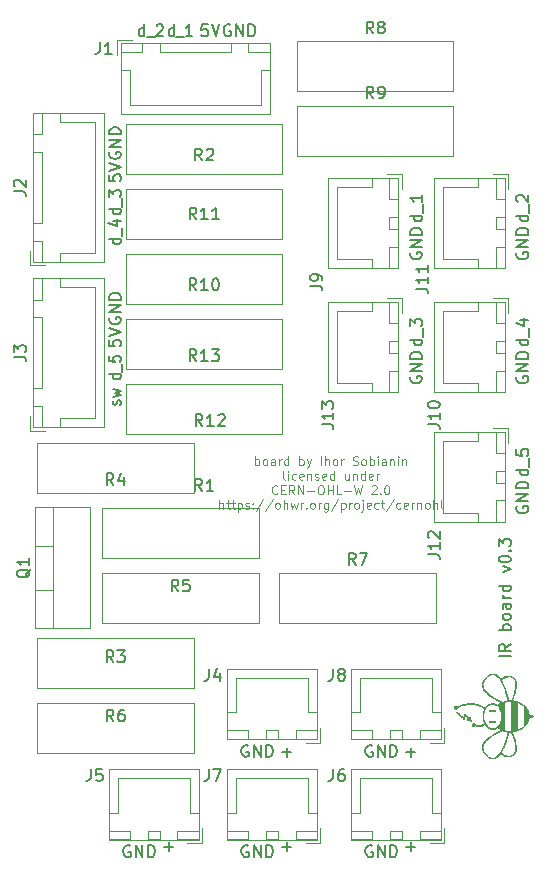
<source format=gbr>
%TF.GenerationSoftware,KiCad,Pcbnew,5.1.10-88a1d61d58~90~ubuntu20.04.1*%
%TF.CreationDate,2022-01-16T21:22:27+00:00*%
%TF.ProjectId,ir_sensor,69725f73-656e-4736-9f72-2e6b69636164,rev?*%
%TF.SameCoordinates,Original*%
%TF.FileFunction,Legend,Top*%
%TF.FilePolarity,Positive*%
%FSLAX46Y46*%
G04 Gerber Fmt 4.6, Leading zero omitted, Abs format (unit mm)*
G04 Created by KiCad (PCBNEW 5.1.10-88a1d61d58~90~ubuntu20.04.1) date 2022-01-16 21:22:27*
%MOMM*%
%LPD*%
G01*
G04 APERTURE LIST*
%ADD10C,0.100000*%
%ADD11C,0.150000*%
%ADD12C,0.010000*%
%ADD13C,0.120000*%
G04 APERTURE END LIST*
D10*
X102827142Y-63271785D02*
X102827142Y-62521785D01*
X102827142Y-62807500D02*
X102898571Y-62771785D01*
X103041428Y-62771785D01*
X103112857Y-62807500D01*
X103148571Y-62843214D01*
X103184285Y-62914642D01*
X103184285Y-63128928D01*
X103148571Y-63200357D01*
X103112857Y-63236071D01*
X103041428Y-63271785D01*
X102898571Y-63271785D01*
X102827142Y-63236071D01*
X103612857Y-63271785D02*
X103541428Y-63236071D01*
X103505714Y-63200357D01*
X103470000Y-63128928D01*
X103470000Y-62914642D01*
X103505714Y-62843214D01*
X103541428Y-62807500D01*
X103612857Y-62771785D01*
X103720000Y-62771785D01*
X103791428Y-62807500D01*
X103827142Y-62843214D01*
X103862857Y-62914642D01*
X103862857Y-63128928D01*
X103827142Y-63200357D01*
X103791428Y-63236071D01*
X103720000Y-63271785D01*
X103612857Y-63271785D01*
X104505714Y-63271785D02*
X104505714Y-62878928D01*
X104470000Y-62807500D01*
X104398571Y-62771785D01*
X104255714Y-62771785D01*
X104184285Y-62807500D01*
X104505714Y-63236071D02*
X104434285Y-63271785D01*
X104255714Y-63271785D01*
X104184285Y-63236071D01*
X104148571Y-63164642D01*
X104148571Y-63093214D01*
X104184285Y-63021785D01*
X104255714Y-62986071D01*
X104434285Y-62986071D01*
X104505714Y-62950357D01*
X104862857Y-63271785D02*
X104862857Y-62771785D01*
X104862857Y-62914642D02*
X104898571Y-62843214D01*
X104934285Y-62807500D01*
X105005714Y-62771785D01*
X105077142Y-62771785D01*
X105648571Y-63271785D02*
X105648571Y-62521785D01*
X105648571Y-63236071D02*
X105577142Y-63271785D01*
X105434285Y-63271785D01*
X105362857Y-63236071D01*
X105327142Y-63200357D01*
X105291428Y-63128928D01*
X105291428Y-62914642D01*
X105327142Y-62843214D01*
X105362857Y-62807500D01*
X105434285Y-62771785D01*
X105577142Y-62771785D01*
X105648571Y-62807500D01*
X106577142Y-63271785D02*
X106577142Y-62521785D01*
X106577142Y-62807500D02*
X106648571Y-62771785D01*
X106791428Y-62771785D01*
X106862857Y-62807500D01*
X106898571Y-62843214D01*
X106934285Y-62914642D01*
X106934285Y-63128928D01*
X106898571Y-63200357D01*
X106862857Y-63236071D01*
X106791428Y-63271785D01*
X106648571Y-63271785D01*
X106577142Y-63236071D01*
X107184285Y-62771785D02*
X107362857Y-63271785D01*
X107541428Y-62771785D02*
X107362857Y-63271785D01*
X107291428Y-63450357D01*
X107255714Y-63486071D01*
X107184285Y-63521785D01*
X108398571Y-63271785D02*
X108398571Y-62521785D01*
X108755714Y-63271785D02*
X108755714Y-62521785D01*
X109077142Y-63271785D02*
X109077142Y-62878928D01*
X109041428Y-62807500D01*
X108970000Y-62771785D01*
X108862857Y-62771785D01*
X108791428Y-62807500D01*
X108755714Y-62843214D01*
X109541428Y-63271785D02*
X109470000Y-63236071D01*
X109434285Y-63200357D01*
X109398571Y-63128928D01*
X109398571Y-62914642D01*
X109434285Y-62843214D01*
X109470000Y-62807500D01*
X109541428Y-62771785D01*
X109648571Y-62771785D01*
X109720000Y-62807500D01*
X109755714Y-62843214D01*
X109791428Y-62914642D01*
X109791428Y-63128928D01*
X109755714Y-63200357D01*
X109720000Y-63236071D01*
X109648571Y-63271785D01*
X109541428Y-63271785D01*
X110112857Y-63271785D02*
X110112857Y-62771785D01*
X110112857Y-62914642D02*
X110148571Y-62843214D01*
X110184285Y-62807500D01*
X110255714Y-62771785D01*
X110327142Y-62771785D01*
X111112857Y-63236071D02*
X111220000Y-63271785D01*
X111398571Y-63271785D01*
X111470000Y-63236071D01*
X111505714Y-63200357D01*
X111541428Y-63128928D01*
X111541428Y-63057500D01*
X111505714Y-62986071D01*
X111470000Y-62950357D01*
X111398571Y-62914642D01*
X111255714Y-62878928D01*
X111184285Y-62843214D01*
X111148571Y-62807500D01*
X111112857Y-62736071D01*
X111112857Y-62664642D01*
X111148571Y-62593214D01*
X111184285Y-62557500D01*
X111255714Y-62521785D01*
X111434285Y-62521785D01*
X111541428Y-62557500D01*
X111970000Y-63271785D02*
X111898571Y-63236071D01*
X111862857Y-63200357D01*
X111827142Y-63128928D01*
X111827142Y-62914642D01*
X111862857Y-62843214D01*
X111898571Y-62807500D01*
X111970000Y-62771785D01*
X112077142Y-62771785D01*
X112148571Y-62807500D01*
X112184285Y-62843214D01*
X112220000Y-62914642D01*
X112220000Y-63128928D01*
X112184285Y-63200357D01*
X112148571Y-63236071D01*
X112077142Y-63271785D01*
X111970000Y-63271785D01*
X112541428Y-63271785D02*
X112541428Y-62521785D01*
X112541428Y-62807500D02*
X112612857Y-62771785D01*
X112755714Y-62771785D01*
X112827142Y-62807500D01*
X112862857Y-62843214D01*
X112898571Y-62914642D01*
X112898571Y-63128928D01*
X112862857Y-63200357D01*
X112827142Y-63236071D01*
X112755714Y-63271785D01*
X112612857Y-63271785D01*
X112541428Y-63236071D01*
X113220000Y-63271785D02*
X113220000Y-62771785D01*
X113220000Y-62521785D02*
X113184285Y-62557500D01*
X113220000Y-62593214D01*
X113255714Y-62557500D01*
X113220000Y-62521785D01*
X113220000Y-62593214D01*
X113898571Y-63271785D02*
X113898571Y-62878928D01*
X113862857Y-62807500D01*
X113791428Y-62771785D01*
X113648571Y-62771785D01*
X113577142Y-62807500D01*
X113898571Y-63236071D02*
X113827142Y-63271785D01*
X113648571Y-63271785D01*
X113577142Y-63236071D01*
X113541428Y-63164642D01*
X113541428Y-63093214D01*
X113577142Y-63021785D01*
X113648571Y-62986071D01*
X113827142Y-62986071D01*
X113898571Y-62950357D01*
X114255714Y-62771785D02*
X114255714Y-63271785D01*
X114255714Y-62843214D02*
X114291428Y-62807500D01*
X114362857Y-62771785D01*
X114470000Y-62771785D01*
X114541428Y-62807500D01*
X114577142Y-62878928D01*
X114577142Y-63271785D01*
X114934285Y-63271785D02*
X114934285Y-62771785D01*
X114934285Y-62521785D02*
X114898571Y-62557500D01*
X114934285Y-62593214D01*
X114970000Y-62557500D01*
X114934285Y-62521785D01*
X114934285Y-62593214D01*
X115291428Y-62771785D02*
X115291428Y-63271785D01*
X115291428Y-62843214D02*
X115327142Y-62807500D01*
X115398571Y-62771785D01*
X115505714Y-62771785D01*
X115577142Y-62807500D01*
X115612857Y-62878928D01*
X115612857Y-63271785D01*
X105327142Y-64496785D02*
X105255714Y-64461071D01*
X105220000Y-64389642D01*
X105220000Y-63746785D01*
X105612857Y-64496785D02*
X105612857Y-63996785D01*
X105612857Y-63746785D02*
X105577142Y-63782500D01*
X105612857Y-63818214D01*
X105648571Y-63782500D01*
X105612857Y-63746785D01*
X105612857Y-63818214D01*
X106291428Y-64461071D02*
X106220000Y-64496785D01*
X106077142Y-64496785D01*
X106005714Y-64461071D01*
X105970000Y-64425357D01*
X105934285Y-64353928D01*
X105934285Y-64139642D01*
X105970000Y-64068214D01*
X106005714Y-64032500D01*
X106077142Y-63996785D01*
X106220000Y-63996785D01*
X106291428Y-64032500D01*
X106898571Y-64461071D02*
X106827142Y-64496785D01*
X106684285Y-64496785D01*
X106612857Y-64461071D01*
X106577142Y-64389642D01*
X106577142Y-64103928D01*
X106612857Y-64032500D01*
X106684285Y-63996785D01*
X106827142Y-63996785D01*
X106898571Y-64032500D01*
X106934285Y-64103928D01*
X106934285Y-64175357D01*
X106577142Y-64246785D01*
X107255714Y-63996785D02*
X107255714Y-64496785D01*
X107255714Y-64068214D02*
X107291428Y-64032500D01*
X107362857Y-63996785D01*
X107470000Y-63996785D01*
X107541428Y-64032500D01*
X107577142Y-64103928D01*
X107577142Y-64496785D01*
X107898571Y-64461071D02*
X107970000Y-64496785D01*
X108112857Y-64496785D01*
X108184285Y-64461071D01*
X108220000Y-64389642D01*
X108220000Y-64353928D01*
X108184285Y-64282500D01*
X108112857Y-64246785D01*
X108005714Y-64246785D01*
X107934285Y-64211071D01*
X107898571Y-64139642D01*
X107898571Y-64103928D01*
X107934285Y-64032500D01*
X108005714Y-63996785D01*
X108112857Y-63996785D01*
X108184285Y-64032500D01*
X108827142Y-64461071D02*
X108755714Y-64496785D01*
X108612857Y-64496785D01*
X108541428Y-64461071D01*
X108505714Y-64389642D01*
X108505714Y-64103928D01*
X108541428Y-64032500D01*
X108612857Y-63996785D01*
X108755714Y-63996785D01*
X108827142Y-64032500D01*
X108862857Y-64103928D01*
X108862857Y-64175357D01*
X108505714Y-64246785D01*
X109505714Y-64496785D02*
X109505714Y-63746785D01*
X109505714Y-64461071D02*
X109434285Y-64496785D01*
X109291428Y-64496785D01*
X109220000Y-64461071D01*
X109184285Y-64425357D01*
X109148571Y-64353928D01*
X109148571Y-64139642D01*
X109184285Y-64068214D01*
X109220000Y-64032500D01*
X109291428Y-63996785D01*
X109434285Y-63996785D01*
X109505714Y-64032500D01*
X110755714Y-63996785D02*
X110755714Y-64496785D01*
X110434285Y-63996785D02*
X110434285Y-64389642D01*
X110470000Y-64461071D01*
X110541428Y-64496785D01*
X110648571Y-64496785D01*
X110720000Y-64461071D01*
X110755714Y-64425357D01*
X111112857Y-63996785D02*
X111112857Y-64496785D01*
X111112857Y-64068214D02*
X111148571Y-64032500D01*
X111220000Y-63996785D01*
X111327142Y-63996785D01*
X111398571Y-64032500D01*
X111434285Y-64103928D01*
X111434285Y-64496785D01*
X112112857Y-64496785D02*
X112112857Y-63746785D01*
X112112857Y-64461071D02*
X112041428Y-64496785D01*
X111898571Y-64496785D01*
X111827142Y-64461071D01*
X111791428Y-64425357D01*
X111755714Y-64353928D01*
X111755714Y-64139642D01*
X111791428Y-64068214D01*
X111827142Y-64032500D01*
X111898571Y-63996785D01*
X112041428Y-63996785D01*
X112112857Y-64032500D01*
X112755714Y-64461071D02*
X112684285Y-64496785D01*
X112541428Y-64496785D01*
X112470000Y-64461071D01*
X112434285Y-64389642D01*
X112434285Y-64103928D01*
X112470000Y-64032500D01*
X112541428Y-63996785D01*
X112684285Y-63996785D01*
X112755714Y-64032500D01*
X112791428Y-64103928D01*
X112791428Y-64175357D01*
X112434285Y-64246785D01*
X113112857Y-64496785D02*
X113112857Y-63996785D01*
X113112857Y-64139642D02*
X113148571Y-64068214D01*
X113184285Y-64032500D01*
X113255714Y-63996785D01*
X113327142Y-63996785D01*
X104720000Y-65650357D02*
X104684285Y-65686071D01*
X104577142Y-65721785D01*
X104505714Y-65721785D01*
X104398571Y-65686071D01*
X104327142Y-65614642D01*
X104291428Y-65543214D01*
X104255714Y-65400357D01*
X104255714Y-65293214D01*
X104291428Y-65150357D01*
X104327142Y-65078928D01*
X104398571Y-65007500D01*
X104505714Y-64971785D01*
X104577142Y-64971785D01*
X104684285Y-65007500D01*
X104720000Y-65043214D01*
X105041428Y-65328928D02*
X105291428Y-65328928D01*
X105398571Y-65721785D02*
X105041428Y-65721785D01*
X105041428Y-64971785D01*
X105398571Y-64971785D01*
X106148571Y-65721785D02*
X105898571Y-65364642D01*
X105720000Y-65721785D02*
X105720000Y-64971785D01*
X106005714Y-64971785D01*
X106077142Y-65007500D01*
X106112857Y-65043214D01*
X106148571Y-65114642D01*
X106148571Y-65221785D01*
X106112857Y-65293214D01*
X106077142Y-65328928D01*
X106005714Y-65364642D01*
X105720000Y-65364642D01*
X106470000Y-65721785D02*
X106470000Y-64971785D01*
X106898571Y-65721785D01*
X106898571Y-64971785D01*
X107255714Y-65436071D02*
X107827142Y-65436071D01*
X108327142Y-64971785D02*
X108470000Y-64971785D01*
X108541428Y-65007500D01*
X108612857Y-65078928D01*
X108648571Y-65221785D01*
X108648571Y-65471785D01*
X108612857Y-65614642D01*
X108541428Y-65686071D01*
X108470000Y-65721785D01*
X108327142Y-65721785D01*
X108255714Y-65686071D01*
X108184285Y-65614642D01*
X108148571Y-65471785D01*
X108148571Y-65221785D01*
X108184285Y-65078928D01*
X108255714Y-65007500D01*
X108327142Y-64971785D01*
X108970000Y-65721785D02*
X108970000Y-64971785D01*
X108970000Y-65328928D02*
X109398571Y-65328928D01*
X109398571Y-65721785D02*
X109398571Y-64971785D01*
X110112857Y-65721785D02*
X109755714Y-65721785D01*
X109755714Y-64971785D01*
X110362857Y-65436071D02*
X110934285Y-65436071D01*
X111220000Y-64971785D02*
X111398571Y-65721785D01*
X111541428Y-65186071D01*
X111684285Y-65721785D01*
X111862857Y-64971785D01*
X112684285Y-65043214D02*
X112720000Y-65007500D01*
X112791428Y-64971785D01*
X112970000Y-64971785D01*
X113041428Y-65007500D01*
X113077142Y-65043214D01*
X113112857Y-65114642D01*
X113112857Y-65186071D01*
X113077142Y-65293214D01*
X112648571Y-65721785D01*
X113112857Y-65721785D01*
X113434285Y-65650357D02*
X113470000Y-65686071D01*
X113434285Y-65721785D01*
X113398571Y-65686071D01*
X113434285Y-65650357D01*
X113434285Y-65721785D01*
X113934285Y-64971785D02*
X114005714Y-64971785D01*
X114077142Y-65007500D01*
X114112857Y-65043214D01*
X114148571Y-65114642D01*
X114184285Y-65257500D01*
X114184285Y-65436071D01*
X114148571Y-65578928D01*
X114112857Y-65650357D01*
X114077142Y-65686071D01*
X114005714Y-65721785D01*
X113934285Y-65721785D01*
X113862857Y-65686071D01*
X113827142Y-65650357D01*
X113791428Y-65578928D01*
X113755714Y-65436071D01*
X113755714Y-65257500D01*
X113791428Y-65114642D01*
X113827142Y-65043214D01*
X113862857Y-65007500D01*
X113934285Y-64971785D01*
X99809285Y-66946785D02*
X99809285Y-66196785D01*
X100130714Y-66946785D02*
X100130714Y-66553928D01*
X100095000Y-66482500D01*
X100023571Y-66446785D01*
X99916428Y-66446785D01*
X99845000Y-66482500D01*
X99809285Y-66518214D01*
X100380714Y-66446785D02*
X100666428Y-66446785D01*
X100487857Y-66196785D02*
X100487857Y-66839642D01*
X100523571Y-66911071D01*
X100595000Y-66946785D01*
X100666428Y-66946785D01*
X100809285Y-66446785D02*
X101095000Y-66446785D01*
X100916428Y-66196785D02*
X100916428Y-66839642D01*
X100952142Y-66911071D01*
X101023571Y-66946785D01*
X101095000Y-66946785D01*
X101345000Y-66446785D02*
X101345000Y-67196785D01*
X101345000Y-66482500D02*
X101416428Y-66446785D01*
X101559285Y-66446785D01*
X101630714Y-66482500D01*
X101666428Y-66518214D01*
X101702142Y-66589642D01*
X101702142Y-66803928D01*
X101666428Y-66875357D01*
X101630714Y-66911071D01*
X101559285Y-66946785D01*
X101416428Y-66946785D01*
X101345000Y-66911071D01*
X101987857Y-66911071D02*
X102059285Y-66946785D01*
X102202142Y-66946785D01*
X102273571Y-66911071D01*
X102309285Y-66839642D01*
X102309285Y-66803928D01*
X102273571Y-66732500D01*
X102202142Y-66696785D01*
X102095000Y-66696785D01*
X102023571Y-66661071D01*
X101987857Y-66589642D01*
X101987857Y-66553928D01*
X102023571Y-66482500D01*
X102095000Y-66446785D01*
X102202142Y-66446785D01*
X102273571Y-66482500D01*
X102630714Y-66875357D02*
X102666428Y-66911071D01*
X102630714Y-66946785D01*
X102595000Y-66911071D01*
X102630714Y-66875357D01*
X102630714Y-66946785D01*
X102630714Y-66482500D02*
X102666428Y-66518214D01*
X102630714Y-66553928D01*
X102595000Y-66518214D01*
X102630714Y-66482500D01*
X102630714Y-66553928D01*
X103523571Y-66161071D02*
X102880714Y-67125357D01*
X104309285Y-66161071D02*
X103666428Y-67125357D01*
X104666428Y-66946785D02*
X104595000Y-66911071D01*
X104559285Y-66875357D01*
X104523571Y-66803928D01*
X104523571Y-66589642D01*
X104559285Y-66518214D01*
X104595000Y-66482500D01*
X104666428Y-66446785D01*
X104773571Y-66446785D01*
X104845000Y-66482500D01*
X104880714Y-66518214D01*
X104916428Y-66589642D01*
X104916428Y-66803928D01*
X104880714Y-66875357D01*
X104845000Y-66911071D01*
X104773571Y-66946785D01*
X104666428Y-66946785D01*
X105237857Y-66946785D02*
X105237857Y-66196785D01*
X105559285Y-66946785D02*
X105559285Y-66553928D01*
X105523571Y-66482500D01*
X105452142Y-66446785D01*
X105345000Y-66446785D01*
X105273571Y-66482500D01*
X105237857Y-66518214D01*
X105845000Y-66446785D02*
X105987857Y-66946785D01*
X106130714Y-66589642D01*
X106273571Y-66946785D01*
X106416428Y-66446785D01*
X106702142Y-66946785D02*
X106702142Y-66446785D01*
X106702142Y-66589642D02*
X106737857Y-66518214D01*
X106773571Y-66482500D01*
X106845000Y-66446785D01*
X106916428Y-66446785D01*
X107166428Y-66875357D02*
X107202142Y-66911071D01*
X107166428Y-66946785D01*
X107130714Y-66911071D01*
X107166428Y-66875357D01*
X107166428Y-66946785D01*
X107630714Y-66946785D02*
X107559285Y-66911071D01*
X107523571Y-66875357D01*
X107487857Y-66803928D01*
X107487857Y-66589642D01*
X107523571Y-66518214D01*
X107559285Y-66482500D01*
X107630714Y-66446785D01*
X107737857Y-66446785D01*
X107809285Y-66482500D01*
X107845000Y-66518214D01*
X107880714Y-66589642D01*
X107880714Y-66803928D01*
X107845000Y-66875357D01*
X107809285Y-66911071D01*
X107737857Y-66946785D01*
X107630714Y-66946785D01*
X108202142Y-66946785D02*
X108202142Y-66446785D01*
X108202142Y-66589642D02*
X108237857Y-66518214D01*
X108273571Y-66482500D01*
X108345000Y-66446785D01*
X108416428Y-66446785D01*
X108987857Y-66446785D02*
X108987857Y-67053928D01*
X108952142Y-67125357D01*
X108916428Y-67161071D01*
X108845000Y-67196785D01*
X108737857Y-67196785D01*
X108666428Y-67161071D01*
X108987857Y-66911071D02*
X108916428Y-66946785D01*
X108773571Y-66946785D01*
X108702142Y-66911071D01*
X108666428Y-66875357D01*
X108630714Y-66803928D01*
X108630714Y-66589642D01*
X108666428Y-66518214D01*
X108702142Y-66482500D01*
X108773571Y-66446785D01*
X108916428Y-66446785D01*
X108987857Y-66482500D01*
X109880714Y-66161071D02*
X109237857Y-67125357D01*
X110130714Y-66446785D02*
X110130714Y-67196785D01*
X110130714Y-66482500D02*
X110202142Y-66446785D01*
X110345000Y-66446785D01*
X110416428Y-66482500D01*
X110452142Y-66518214D01*
X110487857Y-66589642D01*
X110487857Y-66803928D01*
X110452142Y-66875357D01*
X110416428Y-66911071D01*
X110345000Y-66946785D01*
X110202142Y-66946785D01*
X110130714Y-66911071D01*
X110809285Y-66946785D02*
X110809285Y-66446785D01*
X110809285Y-66589642D02*
X110845000Y-66518214D01*
X110880714Y-66482500D01*
X110952142Y-66446785D01*
X111023571Y-66446785D01*
X111380714Y-66946785D02*
X111309285Y-66911071D01*
X111273571Y-66875357D01*
X111237857Y-66803928D01*
X111237857Y-66589642D01*
X111273571Y-66518214D01*
X111309285Y-66482500D01*
X111380714Y-66446785D01*
X111487857Y-66446785D01*
X111559285Y-66482500D01*
X111595000Y-66518214D01*
X111630714Y-66589642D01*
X111630714Y-66803928D01*
X111595000Y-66875357D01*
X111559285Y-66911071D01*
X111487857Y-66946785D01*
X111380714Y-66946785D01*
X111952142Y-66446785D02*
X111952142Y-67089642D01*
X111916428Y-67161071D01*
X111845000Y-67196785D01*
X111809285Y-67196785D01*
X111952142Y-66196785D02*
X111916428Y-66232500D01*
X111952142Y-66268214D01*
X111987857Y-66232500D01*
X111952142Y-66196785D01*
X111952142Y-66268214D01*
X112595000Y-66911071D02*
X112523571Y-66946785D01*
X112380714Y-66946785D01*
X112309285Y-66911071D01*
X112273571Y-66839642D01*
X112273571Y-66553928D01*
X112309285Y-66482500D01*
X112380714Y-66446785D01*
X112523571Y-66446785D01*
X112595000Y-66482500D01*
X112630714Y-66553928D01*
X112630714Y-66625357D01*
X112273571Y-66696785D01*
X113273571Y-66911071D02*
X113202142Y-66946785D01*
X113059285Y-66946785D01*
X112987857Y-66911071D01*
X112952142Y-66875357D01*
X112916428Y-66803928D01*
X112916428Y-66589642D01*
X112952142Y-66518214D01*
X112987857Y-66482500D01*
X113059285Y-66446785D01*
X113202142Y-66446785D01*
X113273571Y-66482500D01*
X113487857Y-66446785D02*
X113773571Y-66446785D01*
X113595000Y-66196785D02*
X113595000Y-66839642D01*
X113630714Y-66911071D01*
X113702142Y-66946785D01*
X113773571Y-66946785D01*
X114559285Y-66161071D02*
X113916428Y-67125357D01*
X115130714Y-66911071D02*
X115059285Y-66946785D01*
X114916428Y-66946785D01*
X114845000Y-66911071D01*
X114809285Y-66875357D01*
X114773571Y-66803928D01*
X114773571Y-66589642D01*
X114809285Y-66518214D01*
X114845000Y-66482500D01*
X114916428Y-66446785D01*
X115059285Y-66446785D01*
X115130714Y-66482500D01*
X115737857Y-66911071D02*
X115666428Y-66946785D01*
X115523571Y-66946785D01*
X115452142Y-66911071D01*
X115416428Y-66839642D01*
X115416428Y-66553928D01*
X115452142Y-66482500D01*
X115523571Y-66446785D01*
X115666428Y-66446785D01*
X115737857Y-66482500D01*
X115773571Y-66553928D01*
X115773571Y-66625357D01*
X115416428Y-66696785D01*
X116095000Y-66946785D02*
X116095000Y-66446785D01*
X116095000Y-66589642D02*
X116130714Y-66518214D01*
X116166428Y-66482500D01*
X116237857Y-66446785D01*
X116309285Y-66446785D01*
X116559285Y-66446785D02*
X116559285Y-66946785D01*
X116559285Y-66518214D02*
X116595000Y-66482500D01*
X116666428Y-66446785D01*
X116773571Y-66446785D01*
X116845000Y-66482500D01*
X116880714Y-66553928D01*
X116880714Y-66946785D01*
X117345000Y-66946785D02*
X117273571Y-66911071D01*
X117237857Y-66875357D01*
X117202142Y-66803928D01*
X117202142Y-66589642D01*
X117237857Y-66518214D01*
X117273571Y-66482500D01*
X117345000Y-66446785D01*
X117452142Y-66446785D01*
X117523571Y-66482500D01*
X117559285Y-66518214D01*
X117595000Y-66589642D01*
X117595000Y-66803928D01*
X117559285Y-66875357D01*
X117523571Y-66911071D01*
X117452142Y-66946785D01*
X117345000Y-66946785D01*
X117916428Y-66946785D02*
X117916428Y-66196785D01*
X118237857Y-66946785D02*
X118237857Y-66553928D01*
X118202142Y-66482500D01*
X118130714Y-66446785D01*
X118023571Y-66446785D01*
X117952142Y-66482500D01*
X117916428Y-66518214D01*
X118702142Y-66946785D02*
X118630714Y-66911071D01*
X118595000Y-66839642D01*
X118595000Y-66196785D01*
D11*
X124452380Y-79452380D02*
X123452380Y-79452380D01*
X124452380Y-78404761D02*
X123976190Y-78738095D01*
X124452380Y-78976190D02*
X123452380Y-78976190D01*
X123452380Y-78595238D01*
X123500000Y-78500000D01*
X123547619Y-78452380D01*
X123642857Y-78404761D01*
X123785714Y-78404761D01*
X123880952Y-78452380D01*
X123928571Y-78500000D01*
X123976190Y-78595238D01*
X123976190Y-78976190D01*
X124452380Y-77214285D02*
X123452380Y-77214285D01*
X123833333Y-77214285D02*
X123785714Y-77119047D01*
X123785714Y-76928571D01*
X123833333Y-76833333D01*
X123880952Y-76785714D01*
X123976190Y-76738095D01*
X124261904Y-76738095D01*
X124357142Y-76785714D01*
X124404761Y-76833333D01*
X124452380Y-76928571D01*
X124452380Y-77119047D01*
X124404761Y-77214285D01*
X124452380Y-76166666D02*
X124404761Y-76261904D01*
X124357142Y-76309523D01*
X124261904Y-76357142D01*
X123976190Y-76357142D01*
X123880952Y-76309523D01*
X123833333Y-76261904D01*
X123785714Y-76166666D01*
X123785714Y-76023809D01*
X123833333Y-75928571D01*
X123880952Y-75880952D01*
X123976190Y-75833333D01*
X124261904Y-75833333D01*
X124357142Y-75880952D01*
X124404761Y-75928571D01*
X124452380Y-76023809D01*
X124452380Y-76166666D01*
X124452380Y-74976190D02*
X123928571Y-74976190D01*
X123833333Y-75023809D01*
X123785714Y-75119047D01*
X123785714Y-75309523D01*
X123833333Y-75404761D01*
X124404761Y-74976190D02*
X124452380Y-75071428D01*
X124452380Y-75309523D01*
X124404761Y-75404761D01*
X124309523Y-75452380D01*
X124214285Y-75452380D01*
X124119047Y-75404761D01*
X124071428Y-75309523D01*
X124071428Y-75071428D01*
X124023809Y-74976190D01*
X124452380Y-74500000D02*
X123785714Y-74500000D01*
X123976190Y-74500000D02*
X123880952Y-74452380D01*
X123833333Y-74404761D01*
X123785714Y-74309523D01*
X123785714Y-74214285D01*
X124452380Y-73452380D02*
X123452380Y-73452380D01*
X124404761Y-73452380D02*
X124452380Y-73547619D01*
X124452380Y-73738095D01*
X124404761Y-73833333D01*
X124357142Y-73880952D01*
X124261904Y-73928571D01*
X123976190Y-73928571D01*
X123880952Y-73880952D01*
X123833333Y-73833333D01*
X123785714Y-73738095D01*
X123785714Y-73547619D01*
X123833333Y-73452380D01*
X123785714Y-72309523D02*
X124452380Y-72071428D01*
X123785714Y-71833333D01*
X123452380Y-71261904D02*
X123452380Y-71166666D01*
X123500000Y-71071428D01*
X123547619Y-71023809D01*
X123642857Y-70976190D01*
X123833333Y-70928571D01*
X124071428Y-70928571D01*
X124261904Y-70976190D01*
X124357142Y-71023809D01*
X124404761Y-71071428D01*
X124452380Y-71166666D01*
X124452380Y-71261904D01*
X124404761Y-71357142D01*
X124357142Y-71404761D01*
X124261904Y-71452380D01*
X124071428Y-71500000D01*
X123833333Y-71500000D01*
X123642857Y-71452380D01*
X123547619Y-71404761D01*
X123500000Y-71357142D01*
X123452380Y-71261904D01*
X124357142Y-70500000D02*
X124404761Y-70452380D01*
X124452380Y-70500000D01*
X124404761Y-70547619D01*
X124357142Y-70500000D01*
X124452380Y-70500000D01*
X123452380Y-70119047D02*
X123452380Y-69500000D01*
X123833333Y-69833333D01*
X123833333Y-69690476D01*
X123880952Y-69595238D01*
X123928571Y-69547619D01*
X124023809Y-69500000D01*
X124261904Y-69500000D01*
X124357142Y-69547619D01*
X124404761Y-69595238D01*
X124452380Y-69690476D01*
X124452380Y-69976190D01*
X124404761Y-70071428D01*
X124357142Y-70119047D01*
X105119047Y-87571428D02*
X105880952Y-87571428D01*
X105500000Y-87952380D02*
X105500000Y-87190476D01*
X102238095Y-87000000D02*
X102142857Y-86952380D01*
X102000000Y-86952380D01*
X101857142Y-87000000D01*
X101761904Y-87095238D01*
X101714285Y-87190476D01*
X101666666Y-87380952D01*
X101666666Y-87523809D01*
X101714285Y-87714285D01*
X101761904Y-87809523D01*
X101857142Y-87904761D01*
X102000000Y-87952380D01*
X102095238Y-87952380D01*
X102238095Y-87904761D01*
X102285714Y-87857142D01*
X102285714Y-87523809D01*
X102095238Y-87523809D01*
X102714285Y-87952380D02*
X102714285Y-86952380D01*
X103285714Y-87952380D01*
X103285714Y-86952380D01*
X103761904Y-87952380D02*
X103761904Y-86952380D01*
X104000000Y-86952380D01*
X104142857Y-87000000D01*
X104238095Y-87095238D01*
X104285714Y-87190476D01*
X104333333Y-87380952D01*
X104333333Y-87523809D01*
X104285714Y-87714285D01*
X104238095Y-87809523D01*
X104142857Y-87904761D01*
X104000000Y-87952380D01*
X103761904Y-87952380D01*
X115619047Y-87571428D02*
X116380952Y-87571428D01*
X116000000Y-87952380D02*
X116000000Y-87190476D01*
X112738095Y-87000000D02*
X112642857Y-86952380D01*
X112500000Y-86952380D01*
X112357142Y-87000000D01*
X112261904Y-87095238D01*
X112214285Y-87190476D01*
X112166666Y-87380952D01*
X112166666Y-87523809D01*
X112214285Y-87714285D01*
X112261904Y-87809523D01*
X112357142Y-87904761D01*
X112500000Y-87952380D01*
X112595238Y-87952380D01*
X112738095Y-87904761D01*
X112785714Y-87857142D01*
X112785714Y-87523809D01*
X112595238Y-87523809D01*
X113214285Y-87952380D02*
X113214285Y-86952380D01*
X113785714Y-87952380D01*
X113785714Y-86952380D01*
X114261904Y-87952380D02*
X114261904Y-86952380D01*
X114500000Y-86952380D01*
X114642857Y-87000000D01*
X114738095Y-87095238D01*
X114785714Y-87190476D01*
X114833333Y-87380952D01*
X114833333Y-87523809D01*
X114785714Y-87714285D01*
X114738095Y-87809523D01*
X114642857Y-87904761D01*
X114500000Y-87952380D01*
X114261904Y-87952380D01*
X115619047Y-95571428D02*
X116380952Y-95571428D01*
X116000000Y-95952380D02*
X116000000Y-95190476D01*
X112738095Y-95500000D02*
X112642857Y-95452380D01*
X112500000Y-95452380D01*
X112357142Y-95500000D01*
X112261904Y-95595238D01*
X112214285Y-95690476D01*
X112166666Y-95880952D01*
X112166666Y-96023809D01*
X112214285Y-96214285D01*
X112261904Y-96309523D01*
X112357142Y-96404761D01*
X112500000Y-96452380D01*
X112595238Y-96452380D01*
X112738095Y-96404761D01*
X112785714Y-96357142D01*
X112785714Y-96023809D01*
X112595238Y-96023809D01*
X113214285Y-96452380D02*
X113214285Y-95452380D01*
X113785714Y-96452380D01*
X113785714Y-95452380D01*
X114261904Y-96452380D02*
X114261904Y-95452380D01*
X114500000Y-95452380D01*
X114642857Y-95500000D01*
X114738095Y-95595238D01*
X114785714Y-95690476D01*
X114833333Y-95880952D01*
X114833333Y-96023809D01*
X114785714Y-96214285D01*
X114738095Y-96309523D01*
X114642857Y-96404761D01*
X114500000Y-96452380D01*
X114261904Y-96452380D01*
X105119047Y-95571428D02*
X105880952Y-95571428D01*
X105500000Y-95952380D02*
X105500000Y-95190476D01*
X102238095Y-95500000D02*
X102142857Y-95452380D01*
X102000000Y-95452380D01*
X101857142Y-95500000D01*
X101761904Y-95595238D01*
X101714285Y-95690476D01*
X101666666Y-95880952D01*
X101666666Y-96023809D01*
X101714285Y-96214285D01*
X101761904Y-96309523D01*
X101857142Y-96404761D01*
X102000000Y-96452380D01*
X102095238Y-96452380D01*
X102238095Y-96404761D01*
X102285714Y-96357142D01*
X102285714Y-96023809D01*
X102095238Y-96023809D01*
X102714285Y-96452380D02*
X102714285Y-95452380D01*
X103285714Y-96452380D01*
X103285714Y-95452380D01*
X103761904Y-96452380D02*
X103761904Y-95452380D01*
X104000000Y-95452380D01*
X104142857Y-95500000D01*
X104238095Y-95595238D01*
X104285714Y-95690476D01*
X104333333Y-95880952D01*
X104333333Y-96023809D01*
X104285714Y-96214285D01*
X104238095Y-96309523D01*
X104142857Y-96404761D01*
X104000000Y-96452380D01*
X103761904Y-96452380D01*
X95119047Y-95571428D02*
X95880952Y-95571428D01*
X95500000Y-95952380D02*
X95500000Y-95190476D01*
X92238095Y-95500000D02*
X92142857Y-95452380D01*
X92000000Y-95452380D01*
X91857142Y-95500000D01*
X91761904Y-95595238D01*
X91714285Y-95690476D01*
X91666666Y-95880952D01*
X91666666Y-96023809D01*
X91714285Y-96214285D01*
X91761904Y-96309523D01*
X91857142Y-96404761D01*
X92000000Y-96452380D01*
X92095238Y-96452380D01*
X92238095Y-96404761D01*
X92285714Y-96357142D01*
X92285714Y-96023809D01*
X92095238Y-96023809D01*
X92714285Y-96452380D02*
X92714285Y-95452380D01*
X93285714Y-96452380D01*
X93285714Y-95452380D01*
X93761904Y-96452380D02*
X93761904Y-95452380D01*
X94000000Y-95452380D01*
X94142857Y-95500000D01*
X94238095Y-95595238D01*
X94285714Y-95690476D01*
X94333333Y-95880952D01*
X94333333Y-96023809D01*
X94285714Y-96214285D01*
X94238095Y-96309523D01*
X94142857Y-96404761D01*
X94000000Y-96452380D01*
X93761904Y-96452380D01*
X116000000Y-45261904D02*
X115952380Y-45357142D01*
X115952380Y-45500000D01*
X116000000Y-45642857D01*
X116095238Y-45738095D01*
X116190476Y-45785714D01*
X116380952Y-45833333D01*
X116523809Y-45833333D01*
X116714285Y-45785714D01*
X116809523Y-45738095D01*
X116904761Y-45642857D01*
X116952380Y-45500000D01*
X116952380Y-45404761D01*
X116904761Y-45261904D01*
X116857142Y-45214285D01*
X116523809Y-45214285D01*
X116523809Y-45404761D01*
X116952380Y-44785714D02*
X115952380Y-44785714D01*
X116952380Y-44214285D01*
X115952380Y-44214285D01*
X116952380Y-43738095D02*
X115952380Y-43738095D01*
X115952380Y-43500000D01*
X116000000Y-43357142D01*
X116095238Y-43261904D01*
X116190476Y-43214285D01*
X116380952Y-43166666D01*
X116523809Y-43166666D01*
X116714285Y-43214285D01*
X116809523Y-43261904D01*
X116904761Y-43357142D01*
X116952380Y-43500000D01*
X116952380Y-43738095D01*
X116952380Y-42142857D02*
X115952380Y-42142857D01*
X116904761Y-42142857D02*
X116952380Y-42238095D01*
X116952380Y-42428571D01*
X116904761Y-42523809D01*
X116857142Y-42571428D01*
X116761904Y-42619047D01*
X116476190Y-42619047D01*
X116380952Y-42571428D01*
X116333333Y-42523809D01*
X116285714Y-42428571D01*
X116285714Y-42238095D01*
X116333333Y-42142857D01*
X117047619Y-41904761D02*
X117047619Y-41142857D01*
X116952380Y-40380952D02*
X116952380Y-40952380D01*
X116952380Y-40666666D02*
X115952380Y-40666666D01*
X116095238Y-40761904D01*
X116190476Y-40857142D01*
X116238095Y-40952380D01*
X125952380Y-63642857D02*
X124952380Y-63642857D01*
X125904761Y-63642857D02*
X125952380Y-63738095D01*
X125952380Y-63928571D01*
X125904761Y-64023809D01*
X125857142Y-64071428D01*
X125761904Y-64119047D01*
X125476190Y-64119047D01*
X125380952Y-64071428D01*
X125333333Y-64023809D01*
X125285714Y-63928571D01*
X125285714Y-63738095D01*
X125333333Y-63642857D01*
X126047619Y-63404761D02*
X126047619Y-62642857D01*
X124952380Y-61928571D02*
X124952380Y-62404761D01*
X125428571Y-62452380D01*
X125380952Y-62404761D01*
X125333333Y-62309523D01*
X125333333Y-62071428D01*
X125380952Y-61976190D01*
X125428571Y-61928571D01*
X125523809Y-61880952D01*
X125761904Y-61880952D01*
X125857142Y-61928571D01*
X125904761Y-61976190D01*
X125952380Y-62071428D01*
X125952380Y-62309523D01*
X125904761Y-62404761D01*
X125857142Y-62452380D01*
X116952380Y-52642857D02*
X115952380Y-52642857D01*
X116904761Y-52642857D02*
X116952380Y-52738095D01*
X116952380Y-52928571D01*
X116904761Y-53023809D01*
X116857142Y-53071428D01*
X116761904Y-53119047D01*
X116476190Y-53119047D01*
X116380952Y-53071428D01*
X116333333Y-53023809D01*
X116285714Y-52928571D01*
X116285714Y-52738095D01*
X116333333Y-52642857D01*
X117047619Y-52404761D02*
X117047619Y-51642857D01*
X115952380Y-51500000D02*
X115952380Y-50880952D01*
X116333333Y-51214285D01*
X116333333Y-51071428D01*
X116380952Y-50976190D01*
X116428571Y-50928571D01*
X116523809Y-50880952D01*
X116761904Y-50880952D01*
X116857142Y-50928571D01*
X116904761Y-50976190D01*
X116952380Y-51071428D01*
X116952380Y-51357142D01*
X116904761Y-51452380D01*
X116857142Y-51500000D01*
X125952380Y-52642857D02*
X124952380Y-52642857D01*
X125904761Y-52642857D02*
X125952380Y-52738095D01*
X125952380Y-52928571D01*
X125904761Y-53023809D01*
X125857142Y-53071428D01*
X125761904Y-53119047D01*
X125476190Y-53119047D01*
X125380952Y-53071428D01*
X125333333Y-53023809D01*
X125285714Y-52928571D01*
X125285714Y-52738095D01*
X125333333Y-52642857D01*
X126047619Y-52404761D02*
X126047619Y-51642857D01*
X125285714Y-50976190D02*
X125952380Y-50976190D01*
X124904761Y-51214285D02*
X125619047Y-51452380D01*
X125619047Y-50833333D01*
X125952380Y-42142857D02*
X124952380Y-42142857D01*
X125904761Y-42142857D02*
X125952380Y-42238095D01*
X125952380Y-42428571D01*
X125904761Y-42523809D01*
X125857142Y-42571428D01*
X125761904Y-42619047D01*
X125476190Y-42619047D01*
X125380952Y-42571428D01*
X125333333Y-42523809D01*
X125285714Y-42428571D01*
X125285714Y-42238095D01*
X125333333Y-42142857D01*
X126047619Y-41904761D02*
X126047619Y-41142857D01*
X125047619Y-40952380D02*
X125000000Y-40904761D01*
X124952380Y-40809523D01*
X124952380Y-40571428D01*
X125000000Y-40476190D01*
X125047619Y-40428571D01*
X125142857Y-40380952D01*
X125238095Y-40380952D01*
X125380952Y-40428571D01*
X125952380Y-41000000D01*
X125952380Y-40380952D01*
X125000000Y-66761904D02*
X124952380Y-66857142D01*
X124952380Y-67000000D01*
X125000000Y-67142857D01*
X125095238Y-67238095D01*
X125190476Y-67285714D01*
X125380952Y-67333333D01*
X125523809Y-67333333D01*
X125714285Y-67285714D01*
X125809523Y-67238095D01*
X125904761Y-67142857D01*
X125952380Y-67000000D01*
X125952380Y-66904761D01*
X125904761Y-66761904D01*
X125857142Y-66714285D01*
X125523809Y-66714285D01*
X125523809Y-66904761D01*
X125952380Y-66285714D02*
X124952380Y-66285714D01*
X125952380Y-65714285D01*
X124952380Y-65714285D01*
X125952380Y-65238095D02*
X124952380Y-65238095D01*
X124952380Y-65000000D01*
X125000000Y-64857142D01*
X125095238Y-64761904D01*
X125190476Y-64714285D01*
X125380952Y-64666666D01*
X125523809Y-64666666D01*
X125714285Y-64714285D01*
X125809523Y-64761904D01*
X125904761Y-64857142D01*
X125952380Y-65000000D01*
X125952380Y-65238095D01*
X116000000Y-55761904D02*
X115952380Y-55857142D01*
X115952380Y-56000000D01*
X116000000Y-56142857D01*
X116095238Y-56238095D01*
X116190476Y-56285714D01*
X116380952Y-56333333D01*
X116523809Y-56333333D01*
X116714285Y-56285714D01*
X116809523Y-56238095D01*
X116904761Y-56142857D01*
X116952380Y-56000000D01*
X116952380Y-55904761D01*
X116904761Y-55761904D01*
X116857142Y-55714285D01*
X116523809Y-55714285D01*
X116523809Y-55904761D01*
X116952380Y-55285714D02*
X115952380Y-55285714D01*
X116952380Y-54714285D01*
X115952380Y-54714285D01*
X116952380Y-54238095D02*
X115952380Y-54238095D01*
X115952380Y-54000000D01*
X116000000Y-53857142D01*
X116095238Y-53761904D01*
X116190476Y-53714285D01*
X116380952Y-53666666D01*
X116523809Y-53666666D01*
X116714285Y-53714285D01*
X116809523Y-53761904D01*
X116904761Y-53857142D01*
X116952380Y-54000000D01*
X116952380Y-54238095D01*
X125000000Y-55761904D02*
X124952380Y-55857142D01*
X124952380Y-56000000D01*
X125000000Y-56142857D01*
X125095238Y-56238095D01*
X125190476Y-56285714D01*
X125380952Y-56333333D01*
X125523809Y-56333333D01*
X125714285Y-56285714D01*
X125809523Y-56238095D01*
X125904761Y-56142857D01*
X125952380Y-56000000D01*
X125952380Y-55904761D01*
X125904761Y-55761904D01*
X125857142Y-55714285D01*
X125523809Y-55714285D01*
X125523809Y-55904761D01*
X125952380Y-55285714D02*
X124952380Y-55285714D01*
X125952380Y-54714285D01*
X124952380Y-54714285D01*
X125952380Y-54238095D02*
X124952380Y-54238095D01*
X124952380Y-54000000D01*
X125000000Y-53857142D01*
X125095238Y-53761904D01*
X125190476Y-53714285D01*
X125380952Y-53666666D01*
X125523809Y-53666666D01*
X125714285Y-53714285D01*
X125809523Y-53761904D01*
X125904761Y-53857142D01*
X125952380Y-54000000D01*
X125952380Y-54238095D01*
X125000000Y-45261904D02*
X124952380Y-45357142D01*
X124952380Y-45500000D01*
X125000000Y-45642857D01*
X125095238Y-45738095D01*
X125190476Y-45785714D01*
X125380952Y-45833333D01*
X125523809Y-45833333D01*
X125714285Y-45785714D01*
X125809523Y-45738095D01*
X125904761Y-45642857D01*
X125952380Y-45500000D01*
X125952380Y-45404761D01*
X125904761Y-45261904D01*
X125857142Y-45214285D01*
X125523809Y-45214285D01*
X125523809Y-45404761D01*
X125952380Y-44785714D02*
X124952380Y-44785714D01*
X125952380Y-44214285D01*
X124952380Y-44214285D01*
X125952380Y-43738095D02*
X124952380Y-43738095D01*
X124952380Y-43500000D01*
X125000000Y-43357142D01*
X125095238Y-43261904D01*
X125190476Y-43214285D01*
X125380952Y-43166666D01*
X125523809Y-43166666D01*
X125714285Y-43214285D01*
X125809523Y-43261904D01*
X125904761Y-43357142D01*
X125952380Y-43500000D01*
X125952380Y-43738095D01*
X90500000Y-50761904D02*
X90452380Y-50857142D01*
X90452380Y-51000000D01*
X90500000Y-51142857D01*
X90595238Y-51238095D01*
X90690476Y-51285714D01*
X90880952Y-51333333D01*
X91023809Y-51333333D01*
X91214285Y-51285714D01*
X91309523Y-51238095D01*
X91404761Y-51142857D01*
X91452380Y-51000000D01*
X91452380Y-50904761D01*
X91404761Y-50761904D01*
X91357142Y-50714285D01*
X91023809Y-50714285D01*
X91023809Y-50904761D01*
X91452380Y-50285714D02*
X90452380Y-50285714D01*
X91452380Y-49714285D01*
X90452380Y-49714285D01*
X91452380Y-49238095D02*
X90452380Y-49238095D01*
X90452380Y-49000000D01*
X90500000Y-48857142D01*
X90595238Y-48761904D01*
X90690476Y-48714285D01*
X90880952Y-48666666D01*
X91023809Y-48666666D01*
X91214285Y-48714285D01*
X91309523Y-48761904D01*
X91404761Y-48857142D01*
X91452380Y-49000000D01*
X91452380Y-49238095D01*
X90452380Y-52690476D02*
X90452380Y-53166666D01*
X90928571Y-53214285D01*
X90880952Y-53166666D01*
X90833333Y-53071428D01*
X90833333Y-52833333D01*
X90880952Y-52738095D01*
X90928571Y-52690476D01*
X91023809Y-52642857D01*
X91261904Y-52642857D01*
X91357142Y-52690476D01*
X91404761Y-52738095D01*
X91452380Y-52833333D01*
X91452380Y-53071428D01*
X91404761Y-53166666D01*
X91357142Y-53214285D01*
X90452380Y-52357142D02*
X91452380Y-52023809D01*
X90452380Y-51690476D01*
X91404761Y-58164285D02*
X91452380Y-58078571D01*
X91452380Y-57907142D01*
X91404761Y-57821428D01*
X91309523Y-57778571D01*
X91261904Y-57778571D01*
X91166666Y-57821428D01*
X91119047Y-57907142D01*
X91119047Y-58035714D01*
X91071428Y-58121428D01*
X90976190Y-58164285D01*
X90928571Y-58164285D01*
X90833333Y-58121428D01*
X90785714Y-58035714D01*
X90785714Y-57907142D01*
X90833333Y-57821428D01*
X90785714Y-57478571D02*
X91452380Y-57307142D01*
X90976190Y-57135714D01*
X91452380Y-56964285D01*
X90785714Y-56792857D01*
X91452380Y-55578571D02*
X90452380Y-55578571D01*
X91404761Y-55578571D02*
X91452380Y-55664285D01*
X91452380Y-55835714D01*
X91404761Y-55921428D01*
X91357142Y-55964285D01*
X91261904Y-56007142D01*
X90976190Y-56007142D01*
X90880952Y-55964285D01*
X90833333Y-55921428D01*
X90785714Y-55835714D01*
X90785714Y-55664285D01*
X90833333Y-55578571D01*
X91547619Y-55364285D02*
X91547619Y-54678571D01*
X90452380Y-54035714D02*
X90452380Y-54464285D01*
X90928571Y-54507142D01*
X90880952Y-54464285D01*
X90833333Y-54378571D01*
X90833333Y-54164285D01*
X90880952Y-54078571D01*
X90928571Y-54035714D01*
X91023809Y-53992857D01*
X91261904Y-53992857D01*
X91357142Y-54035714D01*
X91404761Y-54078571D01*
X91452380Y-54164285D01*
X91452380Y-54378571D01*
X91404761Y-54464285D01*
X91357142Y-54507142D01*
X95921428Y-26952380D02*
X95921428Y-25952380D01*
X95921428Y-26904761D02*
X95835714Y-26952380D01*
X95664285Y-26952380D01*
X95578571Y-26904761D01*
X95535714Y-26857142D01*
X95492857Y-26761904D01*
X95492857Y-26476190D01*
X95535714Y-26380952D01*
X95578571Y-26333333D01*
X95664285Y-26285714D01*
X95835714Y-26285714D01*
X95921428Y-26333333D01*
X96135714Y-27047619D02*
X96821428Y-27047619D01*
X97507142Y-26952380D02*
X96992857Y-26952380D01*
X97250000Y-26952380D02*
X97250000Y-25952380D01*
X97164285Y-26095238D01*
X97078571Y-26190476D01*
X96992857Y-26238095D01*
X100738095Y-26000000D02*
X100642857Y-25952380D01*
X100500000Y-25952380D01*
X100357142Y-26000000D01*
X100261904Y-26095238D01*
X100214285Y-26190476D01*
X100166666Y-26380952D01*
X100166666Y-26523809D01*
X100214285Y-26714285D01*
X100261904Y-26809523D01*
X100357142Y-26904761D01*
X100500000Y-26952380D01*
X100595238Y-26952380D01*
X100738095Y-26904761D01*
X100785714Y-26857142D01*
X100785714Y-26523809D01*
X100595238Y-26523809D01*
X101214285Y-26952380D02*
X101214285Y-25952380D01*
X101785714Y-26952380D01*
X101785714Y-25952380D01*
X102261904Y-26952380D02*
X102261904Y-25952380D01*
X102500000Y-25952380D01*
X102642857Y-26000000D01*
X102738095Y-26095238D01*
X102785714Y-26190476D01*
X102833333Y-26380952D01*
X102833333Y-26523809D01*
X102785714Y-26714285D01*
X102738095Y-26809523D01*
X102642857Y-26904761D01*
X102500000Y-26952380D01*
X102261904Y-26952380D01*
X98809523Y-25952380D02*
X98333333Y-25952380D01*
X98285714Y-26428571D01*
X98333333Y-26380952D01*
X98428571Y-26333333D01*
X98666666Y-26333333D01*
X98761904Y-26380952D01*
X98809523Y-26428571D01*
X98857142Y-26523809D01*
X98857142Y-26761904D01*
X98809523Y-26857142D01*
X98761904Y-26904761D01*
X98666666Y-26952380D01*
X98428571Y-26952380D01*
X98333333Y-26904761D01*
X98285714Y-26857142D01*
X99142857Y-25952380D02*
X99476190Y-26952380D01*
X99809523Y-25952380D01*
X93421428Y-26952380D02*
X93421428Y-25952380D01*
X93421428Y-26904761D02*
X93335714Y-26952380D01*
X93164285Y-26952380D01*
X93078571Y-26904761D01*
X93035714Y-26857142D01*
X92992857Y-26761904D01*
X92992857Y-26476190D01*
X93035714Y-26380952D01*
X93078571Y-26333333D01*
X93164285Y-26285714D01*
X93335714Y-26285714D01*
X93421428Y-26333333D01*
X93635714Y-27047619D02*
X94321428Y-27047619D01*
X94492857Y-26047619D02*
X94535714Y-26000000D01*
X94621428Y-25952380D01*
X94835714Y-25952380D01*
X94921428Y-26000000D01*
X94964285Y-26047619D01*
X95007142Y-26142857D01*
X95007142Y-26238095D01*
X94964285Y-26380952D01*
X94450000Y-26952380D01*
X95007142Y-26952380D01*
X91452380Y-41578571D02*
X90452380Y-41578571D01*
X91404761Y-41578571D02*
X91452380Y-41664285D01*
X91452380Y-41835714D01*
X91404761Y-41921428D01*
X91357142Y-41964285D01*
X91261904Y-42007142D01*
X90976190Y-42007142D01*
X90880952Y-41964285D01*
X90833333Y-41921428D01*
X90785714Y-41835714D01*
X90785714Y-41664285D01*
X90833333Y-41578571D01*
X91547619Y-41364285D02*
X91547619Y-40678571D01*
X90452380Y-40550000D02*
X90452380Y-39992857D01*
X90833333Y-40292857D01*
X90833333Y-40164285D01*
X90880952Y-40078571D01*
X90928571Y-40035714D01*
X91023809Y-39992857D01*
X91261904Y-39992857D01*
X91357142Y-40035714D01*
X91404761Y-40078571D01*
X91452380Y-40164285D01*
X91452380Y-40421428D01*
X91404761Y-40507142D01*
X91357142Y-40550000D01*
X90500000Y-36761904D02*
X90452380Y-36857142D01*
X90452380Y-37000000D01*
X90500000Y-37142857D01*
X90595238Y-37238095D01*
X90690476Y-37285714D01*
X90880952Y-37333333D01*
X91023809Y-37333333D01*
X91214285Y-37285714D01*
X91309523Y-37238095D01*
X91404761Y-37142857D01*
X91452380Y-37000000D01*
X91452380Y-36904761D01*
X91404761Y-36761904D01*
X91357142Y-36714285D01*
X91023809Y-36714285D01*
X91023809Y-36904761D01*
X91452380Y-36285714D02*
X90452380Y-36285714D01*
X91452380Y-35714285D01*
X90452380Y-35714285D01*
X91452380Y-35238095D02*
X90452380Y-35238095D01*
X90452380Y-35000000D01*
X90500000Y-34857142D01*
X90595238Y-34761904D01*
X90690476Y-34714285D01*
X90880952Y-34666666D01*
X91023809Y-34666666D01*
X91214285Y-34714285D01*
X91309523Y-34761904D01*
X91404761Y-34857142D01*
X91452380Y-35000000D01*
X91452380Y-35238095D01*
X91452380Y-44078571D02*
X90452380Y-44078571D01*
X91404761Y-44078571D02*
X91452380Y-44164285D01*
X91452380Y-44335714D01*
X91404761Y-44421428D01*
X91357142Y-44464285D01*
X91261904Y-44507142D01*
X90976190Y-44507142D01*
X90880952Y-44464285D01*
X90833333Y-44421428D01*
X90785714Y-44335714D01*
X90785714Y-44164285D01*
X90833333Y-44078571D01*
X91547619Y-43864285D02*
X91547619Y-43178571D01*
X90785714Y-42578571D02*
X91452380Y-42578571D01*
X90404761Y-42792857D02*
X91119047Y-43007142D01*
X91119047Y-42450000D01*
X90452380Y-38690476D02*
X90452380Y-39166666D01*
X90928571Y-39214285D01*
X90880952Y-39166666D01*
X90833333Y-39071428D01*
X90833333Y-38833333D01*
X90880952Y-38738095D01*
X90928571Y-38690476D01*
X91023809Y-38642857D01*
X91261904Y-38642857D01*
X91357142Y-38690476D01*
X91404761Y-38738095D01*
X91452380Y-38833333D01*
X91452380Y-39071428D01*
X91404761Y-39166666D01*
X91357142Y-39214285D01*
X90452380Y-38357142D02*
X91452380Y-38023809D01*
X90452380Y-37690476D01*
D12*
%TO.C,G\u002A\u002A\u002A*%
G36*
X123173182Y-83992000D02*
G01*
X123173182Y-84095909D01*
X122630546Y-84095909D01*
X122630546Y-83992000D01*
X123173182Y-83992000D01*
G37*
X123173182Y-83992000D02*
X123173182Y-84095909D01*
X122630546Y-84095909D01*
X122630546Y-83992000D01*
X123173182Y-83992000D01*
G36*
X123173182Y-84915636D02*
G01*
X123173182Y-85019546D01*
X122630546Y-85019546D01*
X122630546Y-84915636D01*
X123173182Y-84915636D01*
G37*
X123173182Y-84915636D02*
X123173182Y-85019546D01*
X122630546Y-85019546D01*
X122630546Y-84915636D01*
X123173182Y-84915636D01*
G36*
X119877467Y-84126901D02*
G01*
X119890801Y-84130776D01*
X119913243Y-84145816D01*
X119945969Y-84172984D01*
X119990152Y-84213240D01*
X120046967Y-84267545D01*
X120117587Y-84336860D01*
X120184219Y-84403173D01*
X120471546Y-84690327D01*
X120471546Y-84491254D01*
X120471724Y-84418847D01*
X120472470Y-84366371D01*
X120474105Y-84330667D01*
X120476946Y-84308576D01*
X120481312Y-84296941D01*
X120487523Y-84292603D01*
X120491650Y-84292182D01*
X120504665Y-84300078D01*
X120531642Y-84322402D01*
X120570362Y-84357110D01*
X120618607Y-84402156D01*
X120674157Y-84455495D01*
X120734794Y-84515081D01*
X120751422Y-84531647D01*
X120828149Y-84607675D01*
X120889584Y-84667131D01*
X120936131Y-84710380D01*
X120968191Y-84737787D01*
X120986170Y-84749716D01*
X120990686Y-84748124D01*
X120988110Y-84724942D01*
X120981832Y-84688032D01*
X120974839Y-84653170D01*
X120966987Y-84612516D01*
X120965268Y-84588124D01*
X120969746Y-84573974D01*
X120975734Y-84567646D01*
X120988130Y-84560571D01*
X120998687Y-84563805D01*
X121008553Y-84579929D01*
X121018878Y-84611523D01*
X121030808Y-84661166D01*
X121042861Y-84718458D01*
X121055603Y-84781228D01*
X121064184Y-84825023D01*
X121069030Y-84853499D01*
X121070567Y-84870313D01*
X121069221Y-84879119D01*
X121065417Y-84883574D01*
X121062329Y-84885558D01*
X121046061Y-84886495D01*
X121013162Y-84882402D01*
X120968818Y-84874463D01*
X120918211Y-84863866D01*
X120866526Y-84851794D01*
X120818946Y-84839436D01*
X120780655Y-84827975D01*
X120756836Y-84818599D01*
X120751657Y-84814490D01*
X120750054Y-84795101D01*
X120765014Y-84785455D01*
X120798134Y-84785226D01*
X120851014Y-84794087D01*
X120851262Y-84794139D01*
X120892815Y-84802673D01*
X120925129Y-84808924D01*
X120941940Y-84811687D01*
X120942658Y-84811727D01*
X120936997Y-84803951D01*
X120917022Y-84782058D01*
X120884804Y-84748202D01*
X120842414Y-84704539D01*
X120791923Y-84653221D01*
X120742744Y-84603751D01*
X120535046Y-84395776D01*
X120529273Y-84583408D01*
X120526743Y-84654980D01*
X120523983Y-84706550D01*
X120520617Y-84741206D01*
X120516270Y-84762038D01*
X120510564Y-84772134D01*
X120506000Y-84774392D01*
X120494540Y-84767207D01*
X120469165Y-84745659D01*
X120432073Y-84711923D01*
X120385462Y-84668174D01*
X120331533Y-84616585D01*
X120272484Y-84559333D01*
X120210514Y-84498592D01*
X120147823Y-84436536D01*
X120086608Y-84375340D01*
X120029070Y-84317180D01*
X119977407Y-84264229D01*
X119933819Y-84218663D01*
X119900504Y-84182655D01*
X119879661Y-84158382D01*
X119873429Y-84148807D01*
X119872068Y-84133232D01*
X119877467Y-84126901D01*
G37*
X119877467Y-84126901D02*
X119890801Y-84130776D01*
X119913243Y-84145816D01*
X119945969Y-84172984D01*
X119990152Y-84213240D01*
X120046967Y-84267545D01*
X120117587Y-84336860D01*
X120184219Y-84403173D01*
X120471546Y-84690327D01*
X120471546Y-84491254D01*
X120471724Y-84418847D01*
X120472470Y-84366371D01*
X120474105Y-84330667D01*
X120476946Y-84308576D01*
X120481312Y-84296941D01*
X120487523Y-84292603D01*
X120491650Y-84292182D01*
X120504665Y-84300078D01*
X120531642Y-84322402D01*
X120570362Y-84357110D01*
X120618607Y-84402156D01*
X120674157Y-84455495D01*
X120734794Y-84515081D01*
X120751422Y-84531647D01*
X120828149Y-84607675D01*
X120889584Y-84667131D01*
X120936131Y-84710380D01*
X120968191Y-84737787D01*
X120986170Y-84749716D01*
X120990686Y-84748124D01*
X120988110Y-84724942D01*
X120981832Y-84688032D01*
X120974839Y-84653170D01*
X120966987Y-84612516D01*
X120965268Y-84588124D01*
X120969746Y-84573974D01*
X120975734Y-84567646D01*
X120988130Y-84560571D01*
X120998687Y-84563805D01*
X121008553Y-84579929D01*
X121018878Y-84611523D01*
X121030808Y-84661166D01*
X121042861Y-84718458D01*
X121055603Y-84781228D01*
X121064184Y-84825023D01*
X121069030Y-84853499D01*
X121070567Y-84870313D01*
X121069221Y-84879119D01*
X121065417Y-84883574D01*
X121062329Y-84885558D01*
X121046061Y-84886495D01*
X121013162Y-84882402D01*
X120968818Y-84874463D01*
X120918211Y-84863866D01*
X120866526Y-84851794D01*
X120818946Y-84839436D01*
X120780655Y-84827975D01*
X120756836Y-84818599D01*
X120751657Y-84814490D01*
X120750054Y-84795101D01*
X120765014Y-84785455D01*
X120798134Y-84785226D01*
X120851014Y-84794087D01*
X120851262Y-84794139D01*
X120892815Y-84802673D01*
X120925129Y-84808924D01*
X120941940Y-84811687D01*
X120942658Y-84811727D01*
X120936997Y-84803951D01*
X120917022Y-84782058D01*
X120884804Y-84748202D01*
X120842414Y-84704539D01*
X120791923Y-84653221D01*
X120742744Y-84603751D01*
X120535046Y-84395776D01*
X120529273Y-84583408D01*
X120526743Y-84654980D01*
X120523983Y-84706550D01*
X120520617Y-84741206D01*
X120516270Y-84762038D01*
X120510564Y-84772134D01*
X120506000Y-84774392D01*
X120494540Y-84767207D01*
X120469165Y-84745659D01*
X120432073Y-84711923D01*
X120385462Y-84668174D01*
X120331533Y-84616585D01*
X120272484Y-84559333D01*
X120210514Y-84498592D01*
X120147823Y-84436536D01*
X120086608Y-84375340D01*
X120029070Y-84317180D01*
X119977407Y-84264229D01*
X119933819Y-84218663D01*
X119900504Y-84182655D01*
X119879661Y-84158382D01*
X119873429Y-84148807D01*
X119872068Y-84133232D01*
X119877467Y-84126901D01*
G36*
X119661728Y-83718876D02*
G01*
X119687377Y-83679934D01*
X119722650Y-83649134D01*
X119746443Y-83637619D01*
X119796169Y-83630619D01*
X119844164Y-83639960D01*
X119882547Y-83663709D01*
X119890772Y-83673037D01*
X119910690Y-83699443D01*
X120038141Y-83639152D01*
X120234093Y-83557941D01*
X120438313Y-83496067D01*
X120652394Y-83453200D01*
X120877926Y-83429007D01*
X121077682Y-83422876D01*
X121224672Y-83426288D01*
X121354827Y-83436563D01*
X121473574Y-83454437D01*
X121586342Y-83480646D01*
X121654955Y-83501185D01*
X121736987Y-83531632D01*
X121830997Y-83573048D01*
X121930665Y-83622314D01*
X122029672Y-83676316D01*
X122117323Y-83729143D01*
X122163729Y-83758679D01*
X122203479Y-83783944D01*
X122232246Y-83802190D01*
X122245534Y-83810566D01*
X122257729Y-83805679D01*
X122277895Y-83785462D01*
X122301472Y-83754614D01*
X122352845Y-83689691D01*
X122416479Y-83623984D01*
X122486221Y-83562953D01*
X122555915Y-83512063D01*
X122609279Y-83481455D01*
X122689128Y-83446905D01*
X122761905Y-83425567D01*
X122837629Y-83415126D01*
X122905066Y-83413055D01*
X123020467Y-83423914D01*
X123132328Y-83454812D01*
X123235343Y-83504013D01*
X123284984Y-83537250D01*
X123321741Y-83564825D01*
X123402894Y-83503775D01*
X123454242Y-83467745D01*
X123514339Y-83429387D01*
X123571117Y-83396366D01*
X123577014Y-83393190D01*
X123669982Y-83343655D01*
X123441786Y-83230745D01*
X123226784Y-83120258D01*
X123032834Y-83011757D01*
X122858121Y-82904018D01*
X122700830Y-82795815D01*
X122559147Y-82685925D01*
X122431257Y-82573122D01*
X122352605Y-82495533D01*
X122241502Y-82371050D01*
X122152962Y-82249800D01*
X122086836Y-82130840D01*
X122042977Y-82013230D01*
X122021236Y-81896028D01*
X122021466Y-81778293D01*
X122043519Y-81659083D01*
X122087246Y-81537458D01*
X122152499Y-81412476D01*
X122176265Y-81374165D01*
X122258565Y-81261954D01*
X122351205Y-81163907D01*
X122452068Y-81080801D01*
X122559035Y-81013409D01*
X122669990Y-80962508D01*
X122782815Y-80928873D01*
X122895393Y-80913279D01*
X123005605Y-80916501D01*
X123111335Y-80939315D01*
X123210464Y-80982496D01*
X123224138Y-80990478D01*
X123282863Y-81032217D01*
X123348425Y-81089433D01*
X123416194Y-81157565D01*
X123481537Y-81232049D01*
X123522663Y-81284591D01*
X123551978Y-81323981D01*
X123575822Y-81355838D01*
X123591072Y-81376001D01*
X123594895Y-81380861D01*
X123603996Y-81374964D01*
X123625315Y-81355893D01*
X123655066Y-81327123D01*
X123671619Y-81310491D01*
X123753170Y-81242090D01*
X123851565Y-81183542D01*
X123961991Y-81136696D01*
X124079634Y-81103402D01*
X124199678Y-81085507D01*
X124264228Y-81082898D01*
X124381577Y-81091870D01*
X124492330Y-81117650D01*
X124593721Y-81158750D01*
X124682986Y-81213683D01*
X124757360Y-81280962D01*
X124814077Y-81359097D01*
X124828107Y-81386281D01*
X124865839Y-81490913D01*
X124889603Y-81613134D01*
X124899491Y-81752216D01*
X124895596Y-81907434D01*
X124878011Y-82078060D01*
X124846829Y-82263367D01*
X124802142Y-82462628D01*
X124744044Y-82675117D01*
X124672626Y-82900107D01*
X124613046Y-83069337D01*
X124572564Y-83179992D01*
X124718578Y-83204134D01*
X124913354Y-83246970D01*
X125095947Y-83309236D01*
X125267293Y-83391360D01*
X125428329Y-83493769D01*
X125534228Y-83576742D01*
X125647279Y-83685178D01*
X125746765Y-83806143D01*
X125830581Y-83936178D01*
X125896622Y-84071825D01*
X125942784Y-84209626D01*
X125956334Y-84270469D01*
X125963931Y-84310454D01*
X125970106Y-84341774D01*
X125973255Y-84356486D01*
X125984969Y-84364312D01*
X126014497Y-84376416D01*
X126057339Y-84391127D01*
X126107452Y-84406333D01*
X126166365Y-84423191D01*
X126223781Y-84439624D01*
X126272257Y-84453500D01*
X126299114Y-84461189D01*
X126336932Y-84474372D01*
X126355729Y-84487742D01*
X126359728Y-84500000D01*
X126353083Y-84515288D01*
X126330514Y-84528404D01*
X126299114Y-84538811D01*
X126262807Y-84549206D01*
X126211743Y-84563822D01*
X126153364Y-84580529D01*
X126107452Y-84593667D01*
X126055982Y-84609311D01*
X126013455Y-84623971D01*
X125984371Y-84635977D01*
X125973255Y-84643515D01*
X125969615Y-84660656D01*
X125963240Y-84693130D01*
X125956334Y-84729531D01*
X125919651Y-84867186D01*
X125862154Y-85004219D01*
X125785947Y-85137175D01*
X125693133Y-85262596D01*
X125585815Y-85377026D01*
X125534228Y-85423269D01*
X125380330Y-85539030D01*
X125214564Y-85635257D01*
X125036622Y-85712083D01*
X125011796Y-85719586D01*
X125011796Y-85665985D01*
X125030696Y-85660628D01*
X125065300Y-85646181D01*
X125111187Y-85624874D01*
X125163934Y-85598933D01*
X125219118Y-85570588D01*
X125272316Y-85542066D01*
X125319106Y-85515595D01*
X125355066Y-85493403D01*
X125357185Y-85491985D01*
X125404438Y-85458579D01*
X125454363Y-85420872D01*
X125490932Y-85391354D01*
X125551546Y-85340013D01*
X125551546Y-83658967D01*
X125490932Y-83607559D01*
X125432196Y-83561570D01*
X125362985Y-83513498D01*
X125288071Y-83466112D01*
X125212231Y-83422181D01*
X125140238Y-83384477D01*
X125076867Y-83355767D01*
X125028255Y-83339159D01*
X124997364Y-83331406D01*
X124997364Y-84498749D01*
X124997416Y-84695644D01*
X124997583Y-84870570D01*
X124997878Y-85024648D01*
X124998316Y-85159000D01*
X124998909Y-85274746D01*
X124999671Y-85373009D01*
X125000618Y-85454910D01*
X125001762Y-85521570D01*
X125003117Y-85574111D01*
X125004698Y-85613653D01*
X125006517Y-85641319D01*
X125008590Y-85658229D01*
X125010930Y-85665506D01*
X125011796Y-85665985D01*
X125011796Y-85719586D01*
X124846195Y-85769640D01*
X124642973Y-85808059D01*
X124625739Y-85810363D01*
X124571614Y-85817382D01*
X124612882Y-85929350D01*
X124683029Y-86129865D01*
X124744185Y-86325759D01*
X124795944Y-86515000D01*
X124837898Y-86695555D01*
X124869639Y-86865393D01*
X124890760Y-87022479D01*
X124900853Y-87164783D01*
X124899511Y-87290271D01*
X124895344Y-87338314D01*
X124875638Y-87462090D01*
X124846125Y-87566609D01*
X124805450Y-87654103D01*
X124752259Y-87726803D01*
X124685198Y-87786941D01*
X124602914Y-87836747D01*
X124588582Y-87843746D01*
X124481123Y-87885695D01*
X124372110Y-87908942D01*
X124320836Y-87911475D01*
X124320836Y-87857374D01*
X124403928Y-87849051D01*
X124480954Y-87830314D01*
X124559775Y-87799783D01*
X124567326Y-87796364D01*
X124634464Y-87756270D01*
X124697768Y-87701534D01*
X124750591Y-87638721D01*
X124782114Y-87584262D01*
X124813382Y-87493390D01*
X124834294Y-87384978D01*
X124844603Y-87262244D01*
X124844064Y-87128408D01*
X124832430Y-86986691D01*
X124829585Y-86963978D01*
X124794568Y-86752160D01*
X124743379Y-86526325D01*
X124676523Y-86288428D01*
X124594501Y-86040425D01*
X124583982Y-86010962D01*
X124517150Y-85825191D01*
X124390773Y-85820921D01*
X124390773Y-85770000D01*
X124454728Y-85770000D01*
X124454728Y-83226472D01*
X124330287Y-83233592D01*
X124263060Y-83239453D01*
X124263060Y-83183748D01*
X124512174Y-83178046D01*
X124530811Y-83131864D01*
X124558222Y-83060516D01*
X124589564Y-82973276D01*
X124622685Y-82876527D01*
X124655429Y-82776650D01*
X124685644Y-82680028D01*
X124703118Y-82621265D01*
X124760255Y-82406709D01*
X124802908Y-82207391D01*
X124831017Y-82023818D01*
X124844517Y-81856500D01*
X124843349Y-81705944D01*
X124829447Y-81583710D01*
X124807479Y-81487073D01*
X124777436Y-81408128D01*
X124737114Y-81342235D01*
X124690006Y-81290058D01*
X124607281Y-81225882D01*
X124513726Y-81180181D01*
X124407928Y-81152505D01*
X124288470Y-81142403D01*
X124229811Y-81143474D01*
X124088035Y-81159335D01*
X123960390Y-81193045D01*
X123847166Y-81244494D01*
X123748656Y-81313573D01*
X123730306Y-81329902D01*
X123685713Y-81372732D01*
X123657447Y-81405205D01*
X123643813Y-81431400D01*
X123643112Y-81455395D01*
X123653650Y-81481266D01*
X123661713Y-81494774D01*
X123688662Y-81541056D01*
X123722084Y-81604070D01*
X123759719Y-81679175D01*
X123799303Y-81761728D01*
X123838574Y-81847088D01*
X123875271Y-81930613D01*
X123883239Y-81949381D01*
X123920633Y-82042861D01*
X123961571Y-82153471D01*
X124004679Y-82276834D01*
X124048584Y-82408570D01*
X124091912Y-82544302D01*
X124133289Y-82679651D01*
X124171341Y-82810237D01*
X124204694Y-82931683D01*
X124231975Y-83039610D01*
X124248683Y-83114141D01*
X124263060Y-83183748D01*
X124263060Y-83239453D01*
X124253895Y-83240253D01*
X124167625Y-83251465D01*
X124079964Y-83265853D01*
X123999400Y-83282039D01*
X123940955Y-83296724D01*
X123906319Y-83306707D01*
X123906319Y-85694304D01*
X124010228Y-85720268D01*
X124098477Y-85739110D01*
X124195531Y-85754501D01*
X124291740Y-85765180D01*
X124377451Y-85769885D01*
X124390773Y-85770000D01*
X124390773Y-85820921D01*
X124264228Y-85816645D01*
X124236895Y-85934754D01*
X124220410Y-86001797D01*
X124198273Y-86085737D01*
X124171947Y-86181508D01*
X124142901Y-86284040D01*
X124112598Y-86388267D01*
X124082507Y-86489119D01*
X124054092Y-86581530D01*
X124028820Y-86660431D01*
X124015696Y-86699409D01*
X123971175Y-86823182D01*
X123922730Y-86948985D01*
X123872035Y-87072984D01*
X123820767Y-87191345D01*
X123770601Y-87300235D01*
X123723212Y-87395820D01*
X123680275Y-87474265D01*
X123668554Y-87493815D01*
X123649909Y-87527147D01*
X123642358Y-87553530D01*
X123647357Y-87578126D01*
X123666363Y-87606096D01*
X123700832Y-87642603D01*
X123714282Y-87655870D01*
X123809128Y-87732717D01*
X123918026Y-87791358D01*
X124040673Y-87831675D01*
X124176766Y-87853547D01*
X124223819Y-87856664D01*
X124320836Y-87857374D01*
X124320836Y-87911475D01*
X124254894Y-87914734D01*
X124218046Y-87913307D01*
X124080679Y-87896132D01*
X123952052Y-87861188D01*
X123834840Y-87809573D01*
X123731716Y-87742385D01*
X123671619Y-87688985D01*
X123639059Y-87656900D01*
X123613101Y-87632792D01*
X123597552Y-87620127D01*
X123594895Y-87619139D01*
X123586909Y-87629500D01*
X123568322Y-87654289D01*
X123542238Y-87689354D01*
X123522438Y-87716089D01*
X123461203Y-87792731D01*
X123394100Y-87866118D01*
X123325854Y-87931605D01*
X123261184Y-87984547D01*
X123224148Y-88009522D01*
X123125261Y-88056269D01*
X123019820Y-88082294D01*
X122928698Y-88087290D01*
X122928698Y-88031475D01*
X122960394Y-88030831D01*
X123015291Y-88027441D01*
X123056568Y-88021365D01*
X123093692Y-88010236D01*
X123136134Y-87991685D01*
X123156403Y-87981814D01*
X123248295Y-87925027D01*
X123340169Y-87845829D01*
X123431635Y-87744895D01*
X123522299Y-87622901D01*
X123611771Y-87480524D01*
X123699659Y-87318440D01*
X123785571Y-87137324D01*
X123869116Y-86937852D01*
X123949901Y-86720702D01*
X124027535Y-86486548D01*
X124033164Y-86468500D01*
X124053987Y-86399652D01*
X124076095Y-86323419D01*
X124098684Y-86242903D01*
X124120951Y-86161204D01*
X124142094Y-86081421D01*
X124161309Y-86006657D01*
X124177795Y-85940011D01*
X124190747Y-85884584D01*
X124199364Y-85843476D01*
X124202841Y-85819788D01*
X124202301Y-85815331D01*
X124188430Y-85810525D01*
X124157156Y-85803023D01*
X124113834Y-85794048D01*
X124085273Y-85788644D01*
X124023924Y-85775538D01*
X123952675Y-85757466D01*
X123883276Y-85737498D01*
X123855882Y-85728744D01*
X123736173Y-85688907D01*
X123731736Y-85690922D01*
X123731736Y-83312285D01*
X123841244Y-83275972D01*
X123908541Y-83255060D01*
X123979266Y-83235473D01*
X124048020Y-83218489D01*
X124109401Y-83205382D01*
X124158011Y-83197429D01*
X124181301Y-83195614D01*
X124204155Y-83192362D01*
X124209081Y-83180720D01*
X124207791Y-83175159D01*
X124202968Y-83157179D01*
X124193763Y-83121314D01*
X124181327Y-83072096D01*
X124166807Y-83014058D01*
X124160216Y-82987546D01*
X124094106Y-82736900D01*
X124023487Y-82499038D01*
X123948828Y-82274884D01*
X123870599Y-82065359D01*
X123789271Y-81871386D01*
X123705311Y-81693887D01*
X123619190Y-81533784D01*
X123531377Y-81391999D01*
X123442341Y-81269455D01*
X123352553Y-81167073D01*
X123262482Y-81085777D01*
X123172596Y-81026489D01*
X123158060Y-81019006D01*
X123111304Y-80997171D01*
X123072763Y-80983468D01*
X123033013Y-80975525D01*
X122982632Y-80970973D01*
X122962596Y-80969839D01*
X122839396Y-80974816D01*
X122718093Y-81002325D01*
X122599913Y-81051818D01*
X122486079Y-81122746D01*
X122377816Y-81214561D01*
X122346936Y-81245750D01*
X122255110Y-81354640D01*
X122181317Y-81468737D01*
X122126285Y-81585887D01*
X122090743Y-81703936D01*
X122075421Y-81820732D01*
X122081048Y-81934119D01*
X122093438Y-81994636D01*
X122134032Y-82106690D01*
X122196846Y-82221264D01*
X122281216Y-82337794D01*
X122386476Y-82455717D01*
X122511964Y-82574467D01*
X122657014Y-82693480D01*
X122820963Y-82812193D01*
X123003146Y-82930040D01*
X123202899Y-83046458D01*
X123419558Y-83160882D01*
X123530391Y-83215425D01*
X123731736Y-83312285D01*
X123731736Y-85690922D01*
X123619200Y-85742049D01*
X123403905Y-85844968D01*
X123201117Y-85952176D01*
X123011828Y-86062851D01*
X122837030Y-86176172D01*
X122677714Y-86291318D01*
X122534873Y-86407468D01*
X122409498Y-86523800D01*
X122302582Y-86639494D01*
X122215115Y-86753727D01*
X122148091Y-86865680D01*
X122102500Y-86974530D01*
X122093438Y-87005364D01*
X122075901Y-87115938D01*
X122079716Y-87231113D01*
X122104154Y-87348734D01*
X122148486Y-87466648D01*
X122211983Y-87582701D01*
X122293916Y-87694740D01*
X122346936Y-87754250D01*
X122453518Y-87852283D01*
X122566197Y-87929568D01*
X122683761Y-87985559D01*
X122804999Y-88019710D01*
X122928698Y-88031475D01*
X122928698Y-88087290D01*
X122909826Y-88088325D01*
X122797277Y-88075091D01*
X122684172Y-88043319D01*
X122572512Y-87993736D01*
X122464294Y-87927071D01*
X122361519Y-87844052D01*
X122266185Y-87745405D01*
X122180291Y-87631858D01*
X122178271Y-87628818D01*
X122105441Y-87503531D01*
X122054719Y-87380454D01*
X122026203Y-87258981D01*
X122019991Y-87138509D01*
X122036180Y-87018432D01*
X122074869Y-86898146D01*
X122136155Y-86777046D01*
X122220138Y-86654528D01*
X122326913Y-86529987D01*
X122362274Y-86493285D01*
X122485504Y-86376664D01*
X122621933Y-86263590D01*
X122773333Y-86152878D01*
X122941473Y-86043339D01*
X123128125Y-85933786D01*
X123335058Y-85823032D01*
X123442009Y-85769145D01*
X123670426Y-85656125D01*
X123580554Y-85609291D01*
X123526225Y-85578495D01*
X123466059Y-85540587D01*
X123412031Y-85503155D01*
X123406212Y-85498816D01*
X123321741Y-85435175D01*
X123284984Y-85462751D01*
X123188878Y-85521033D01*
X123081090Y-85561938D01*
X122966923Y-85583733D01*
X122905066Y-85586945D01*
X122895419Y-85586541D01*
X122895419Y-85535960D01*
X123004092Y-85526154D01*
X123109498Y-85495446D01*
X123210166Y-85444929D01*
X123304621Y-85375696D01*
X123391391Y-85288840D01*
X123469002Y-85185456D01*
X123535983Y-85066635D01*
X123590859Y-84933472D01*
X123594423Y-84923003D01*
X123618909Y-84843148D01*
X123636303Y-84768002D01*
X123647415Y-84691285D01*
X123653053Y-84606710D01*
X123654028Y-84507997D01*
X123653341Y-84465364D01*
X123651127Y-84387152D01*
X123647841Y-84325950D01*
X123642791Y-84275679D01*
X123635286Y-84230261D01*
X123624634Y-84183617D01*
X123618667Y-84160752D01*
X123572409Y-84019720D01*
X123513494Y-83892010D01*
X123443288Y-83778745D01*
X123363159Y-83681048D01*
X123274475Y-83600040D01*
X123178601Y-83536845D01*
X123076906Y-83492584D01*
X122970757Y-83468381D01*
X122861520Y-83465357D01*
X122784954Y-83476230D01*
X122673780Y-83511443D01*
X122569313Y-83567618D01*
X122472836Y-83643274D01*
X122385635Y-83736926D01*
X122308997Y-83847093D01*
X122244206Y-83972291D01*
X122192548Y-84111038D01*
X122172657Y-84182565D01*
X122160373Y-84234349D01*
X122151717Y-84279002D01*
X122146071Y-84322710D01*
X122142820Y-84371655D01*
X122141348Y-84432022D01*
X122141035Y-84500000D01*
X122141454Y-84575828D01*
X122143121Y-84634778D01*
X122146649Y-84683055D01*
X122152654Y-84726862D01*
X122161749Y-84772404D01*
X122172464Y-84817500D01*
X122217080Y-84962194D01*
X122275533Y-85094078D01*
X122346534Y-85211668D01*
X122428798Y-85313482D01*
X122521038Y-85398035D01*
X122621968Y-85463844D01*
X122730302Y-85509426D01*
X122784954Y-85523770D01*
X122895419Y-85535960D01*
X122895419Y-85586541D01*
X122820109Y-85583385D01*
X122745900Y-85570732D01*
X122672422Y-85546671D01*
X122609279Y-85518545D01*
X122544292Y-85480207D01*
X122474153Y-85427199D01*
X122405016Y-85364982D01*
X122343036Y-85299018D01*
X122301468Y-85245379D01*
X122257732Y-85181877D01*
X122210343Y-85211307D01*
X122087960Y-85275382D01*
X121972455Y-85315808D01*
X121909787Y-85327612D01*
X121831715Y-85334802D01*
X121745462Y-85337383D01*
X121658249Y-85335358D01*
X121577298Y-85328733D01*
X121509829Y-85317510D01*
X121501771Y-85315547D01*
X121417860Y-85294048D01*
X121394450Y-85323808D01*
X121356554Y-85355103D01*
X121310078Y-85368873D01*
X121293355Y-85367730D01*
X121293355Y-85319727D01*
X121320115Y-85310207D01*
X121347132Y-85286971D01*
X121366780Y-85258005D01*
X121372091Y-85237292D01*
X121364409Y-85210612D01*
X121346988Y-85184812D01*
X121313487Y-85163044D01*
X121277009Y-85159999D01*
X121243629Y-85173306D01*
X121219423Y-85200596D01*
X121210455Y-85238071D01*
X121220588Y-85271185D01*
X121245871Y-85300241D01*
X121278631Y-85317681D01*
X121293355Y-85319727D01*
X121293355Y-85367730D01*
X121260995Y-85365518D01*
X121215281Y-85345439D01*
X121179127Y-85309361D01*
X121157224Y-85264231D01*
X121155593Y-85219850D01*
X121170938Y-85175160D01*
X121199189Y-85139173D01*
X121241053Y-85112432D01*
X121287339Y-85100564D01*
X121293018Y-85100407D01*
X121335048Y-85110708D01*
X121375474Y-85137735D01*
X121406889Y-85175862D01*
X121415417Y-85193329D01*
X121429314Y-85221895D01*
X121447830Y-85239711D01*
X121478772Y-85253326D01*
X121492216Y-85257751D01*
X121544140Y-85269308D01*
X121612171Y-85277432D01*
X121689554Y-85281948D01*
X121769535Y-85282678D01*
X121845360Y-85279447D01*
X121910275Y-85272077D01*
X121926273Y-85269104D01*
X121969706Y-85257296D01*
X122021690Y-85239040D01*
X122076706Y-85216774D01*
X122129238Y-85192936D01*
X122173769Y-85169964D01*
X122204781Y-85150298D01*
X122213911Y-85141975D01*
X122215922Y-85123931D01*
X122206792Y-85087414D01*
X122186330Y-85031675D01*
X122185209Y-85028876D01*
X122128002Y-84856342D01*
X122093434Y-84681043D01*
X122081505Y-84504425D01*
X122092214Y-84327938D01*
X122125560Y-84153028D01*
X122181543Y-83981143D01*
X122185721Y-83970714D01*
X122226196Y-83870773D01*
X122197536Y-83847307D01*
X122166002Y-83824489D01*
X122118665Y-83793954D01*
X122060305Y-83758452D01*
X121995701Y-83720731D01*
X121929633Y-83683539D01*
X121866882Y-83649624D01*
X121812228Y-83621737D01*
X121776182Y-83605026D01*
X121615435Y-83547717D01*
X121441550Y-83506861D01*
X121257437Y-83482308D01*
X121066006Y-83473909D01*
X120870166Y-83481512D01*
X120672826Y-83504968D01*
X120476897Y-83544126D01*
X120285288Y-83598837D01*
X120100908Y-83668950D01*
X120044364Y-83694401D01*
X119994997Y-83717961D01*
X119962296Y-83735595D01*
X119941861Y-83750835D01*
X119929291Y-83767214D01*
X119920188Y-83788261D01*
X119917364Y-83796340D01*
X119893175Y-83840748D01*
X119857209Y-83875871D01*
X119815794Y-83896438D01*
X119793288Y-83899636D01*
X119775694Y-83895926D01*
X119775694Y-83840335D01*
X119811046Y-83837479D01*
X119842990Y-83816508D01*
X119847253Y-83811489D01*
X119867768Y-83774763D01*
X119866362Y-83741807D01*
X119842866Y-83708635D01*
X119842843Y-83708612D01*
X119809669Y-83685101D01*
X119776715Y-83683681D01*
X119739993Y-83704181D01*
X119739966Y-83704202D01*
X119714496Y-83736070D01*
X119709546Y-83761929D01*
X119718908Y-83800387D01*
X119742969Y-83827247D01*
X119775694Y-83840335D01*
X119775694Y-83895926D01*
X119742695Y-83888966D01*
X119698985Y-83860305D01*
X119667184Y-83818680D01*
X119652318Y-83769116D01*
X119651819Y-83758167D01*
X119661728Y-83718876D01*
G37*
X119661728Y-83718876D02*
X119687377Y-83679934D01*
X119722650Y-83649134D01*
X119746443Y-83637619D01*
X119796169Y-83630619D01*
X119844164Y-83639960D01*
X119882547Y-83663709D01*
X119890772Y-83673037D01*
X119910690Y-83699443D01*
X120038141Y-83639152D01*
X120234093Y-83557941D01*
X120438313Y-83496067D01*
X120652394Y-83453200D01*
X120877926Y-83429007D01*
X121077682Y-83422876D01*
X121224672Y-83426288D01*
X121354827Y-83436563D01*
X121473574Y-83454437D01*
X121586342Y-83480646D01*
X121654955Y-83501185D01*
X121736987Y-83531632D01*
X121830997Y-83573048D01*
X121930665Y-83622314D01*
X122029672Y-83676316D01*
X122117323Y-83729143D01*
X122163729Y-83758679D01*
X122203479Y-83783944D01*
X122232246Y-83802190D01*
X122245534Y-83810566D01*
X122257729Y-83805679D01*
X122277895Y-83785462D01*
X122301472Y-83754614D01*
X122352845Y-83689691D01*
X122416479Y-83623984D01*
X122486221Y-83562953D01*
X122555915Y-83512063D01*
X122609279Y-83481455D01*
X122689128Y-83446905D01*
X122761905Y-83425567D01*
X122837629Y-83415126D01*
X122905066Y-83413055D01*
X123020467Y-83423914D01*
X123132328Y-83454812D01*
X123235343Y-83504013D01*
X123284984Y-83537250D01*
X123321741Y-83564825D01*
X123402894Y-83503775D01*
X123454242Y-83467745D01*
X123514339Y-83429387D01*
X123571117Y-83396366D01*
X123577014Y-83393190D01*
X123669982Y-83343655D01*
X123441786Y-83230745D01*
X123226784Y-83120258D01*
X123032834Y-83011757D01*
X122858121Y-82904018D01*
X122700830Y-82795815D01*
X122559147Y-82685925D01*
X122431257Y-82573122D01*
X122352605Y-82495533D01*
X122241502Y-82371050D01*
X122152962Y-82249800D01*
X122086836Y-82130840D01*
X122042977Y-82013230D01*
X122021236Y-81896028D01*
X122021466Y-81778293D01*
X122043519Y-81659083D01*
X122087246Y-81537458D01*
X122152499Y-81412476D01*
X122176265Y-81374165D01*
X122258565Y-81261954D01*
X122351205Y-81163907D01*
X122452068Y-81080801D01*
X122559035Y-81013409D01*
X122669990Y-80962508D01*
X122782815Y-80928873D01*
X122895393Y-80913279D01*
X123005605Y-80916501D01*
X123111335Y-80939315D01*
X123210464Y-80982496D01*
X123224138Y-80990478D01*
X123282863Y-81032217D01*
X123348425Y-81089433D01*
X123416194Y-81157565D01*
X123481537Y-81232049D01*
X123522663Y-81284591D01*
X123551978Y-81323981D01*
X123575822Y-81355838D01*
X123591072Y-81376001D01*
X123594895Y-81380861D01*
X123603996Y-81374964D01*
X123625315Y-81355893D01*
X123655066Y-81327123D01*
X123671619Y-81310491D01*
X123753170Y-81242090D01*
X123851565Y-81183542D01*
X123961991Y-81136696D01*
X124079634Y-81103402D01*
X124199678Y-81085507D01*
X124264228Y-81082898D01*
X124381577Y-81091870D01*
X124492330Y-81117650D01*
X124593721Y-81158750D01*
X124682986Y-81213683D01*
X124757360Y-81280962D01*
X124814077Y-81359097D01*
X124828107Y-81386281D01*
X124865839Y-81490913D01*
X124889603Y-81613134D01*
X124899491Y-81752216D01*
X124895596Y-81907434D01*
X124878011Y-82078060D01*
X124846829Y-82263367D01*
X124802142Y-82462628D01*
X124744044Y-82675117D01*
X124672626Y-82900107D01*
X124613046Y-83069337D01*
X124572564Y-83179992D01*
X124718578Y-83204134D01*
X124913354Y-83246970D01*
X125095947Y-83309236D01*
X125267293Y-83391360D01*
X125428329Y-83493769D01*
X125534228Y-83576742D01*
X125647279Y-83685178D01*
X125746765Y-83806143D01*
X125830581Y-83936178D01*
X125896622Y-84071825D01*
X125942784Y-84209626D01*
X125956334Y-84270469D01*
X125963931Y-84310454D01*
X125970106Y-84341774D01*
X125973255Y-84356486D01*
X125984969Y-84364312D01*
X126014497Y-84376416D01*
X126057339Y-84391127D01*
X126107452Y-84406333D01*
X126166365Y-84423191D01*
X126223781Y-84439624D01*
X126272257Y-84453500D01*
X126299114Y-84461189D01*
X126336932Y-84474372D01*
X126355729Y-84487742D01*
X126359728Y-84500000D01*
X126353083Y-84515288D01*
X126330514Y-84528404D01*
X126299114Y-84538811D01*
X126262807Y-84549206D01*
X126211743Y-84563822D01*
X126153364Y-84580529D01*
X126107452Y-84593667D01*
X126055982Y-84609311D01*
X126013455Y-84623971D01*
X125984371Y-84635977D01*
X125973255Y-84643515D01*
X125969615Y-84660656D01*
X125963240Y-84693130D01*
X125956334Y-84729531D01*
X125919651Y-84867186D01*
X125862154Y-85004219D01*
X125785947Y-85137175D01*
X125693133Y-85262596D01*
X125585815Y-85377026D01*
X125534228Y-85423269D01*
X125380330Y-85539030D01*
X125214564Y-85635257D01*
X125036622Y-85712083D01*
X125011796Y-85719586D01*
X125011796Y-85665985D01*
X125030696Y-85660628D01*
X125065300Y-85646181D01*
X125111187Y-85624874D01*
X125163934Y-85598933D01*
X125219118Y-85570588D01*
X125272316Y-85542066D01*
X125319106Y-85515595D01*
X125355066Y-85493403D01*
X125357185Y-85491985D01*
X125404438Y-85458579D01*
X125454363Y-85420872D01*
X125490932Y-85391354D01*
X125551546Y-85340013D01*
X125551546Y-83658967D01*
X125490932Y-83607559D01*
X125432196Y-83561570D01*
X125362985Y-83513498D01*
X125288071Y-83466112D01*
X125212231Y-83422181D01*
X125140238Y-83384477D01*
X125076867Y-83355767D01*
X125028255Y-83339159D01*
X124997364Y-83331406D01*
X124997364Y-84498749D01*
X124997416Y-84695644D01*
X124997583Y-84870570D01*
X124997878Y-85024648D01*
X124998316Y-85159000D01*
X124998909Y-85274746D01*
X124999671Y-85373009D01*
X125000618Y-85454910D01*
X125001762Y-85521570D01*
X125003117Y-85574111D01*
X125004698Y-85613653D01*
X125006517Y-85641319D01*
X125008590Y-85658229D01*
X125010930Y-85665506D01*
X125011796Y-85665985D01*
X125011796Y-85719586D01*
X124846195Y-85769640D01*
X124642973Y-85808059D01*
X124625739Y-85810363D01*
X124571614Y-85817382D01*
X124612882Y-85929350D01*
X124683029Y-86129865D01*
X124744185Y-86325759D01*
X124795944Y-86515000D01*
X124837898Y-86695555D01*
X124869639Y-86865393D01*
X124890760Y-87022479D01*
X124900853Y-87164783D01*
X124899511Y-87290271D01*
X124895344Y-87338314D01*
X124875638Y-87462090D01*
X124846125Y-87566609D01*
X124805450Y-87654103D01*
X124752259Y-87726803D01*
X124685198Y-87786941D01*
X124602914Y-87836747D01*
X124588582Y-87843746D01*
X124481123Y-87885695D01*
X124372110Y-87908942D01*
X124320836Y-87911475D01*
X124320836Y-87857374D01*
X124403928Y-87849051D01*
X124480954Y-87830314D01*
X124559775Y-87799783D01*
X124567326Y-87796364D01*
X124634464Y-87756270D01*
X124697768Y-87701534D01*
X124750591Y-87638721D01*
X124782114Y-87584262D01*
X124813382Y-87493390D01*
X124834294Y-87384978D01*
X124844603Y-87262244D01*
X124844064Y-87128408D01*
X124832430Y-86986691D01*
X124829585Y-86963978D01*
X124794568Y-86752160D01*
X124743379Y-86526325D01*
X124676523Y-86288428D01*
X124594501Y-86040425D01*
X124583982Y-86010962D01*
X124517150Y-85825191D01*
X124390773Y-85820921D01*
X124390773Y-85770000D01*
X124454728Y-85770000D01*
X124454728Y-83226472D01*
X124330287Y-83233592D01*
X124263060Y-83239453D01*
X124263060Y-83183748D01*
X124512174Y-83178046D01*
X124530811Y-83131864D01*
X124558222Y-83060516D01*
X124589564Y-82973276D01*
X124622685Y-82876527D01*
X124655429Y-82776650D01*
X124685644Y-82680028D01*
X124703118Y-82621265D01*
X124760255Y-82406709D01*
X124802908Y-82207391D01*
X124831017Y-82023818D01*
X124844517Y-81856500D01*
X124843349Y-81705944D01*
X124829447Y-81583710D01*
X124807479Y-81487073D01*
X124777436Y-81408128D01*
X124737114Y-81342235D01*
X124690006Y-81290058D01*
X124607281Y-81225882D01*
X124513726Y-81180181D01*
X124407928Y-81152505D01*
X124288470Y-81142403D01*
X124229811Y-81143474D01*
X124088035Y-81159335D01*
X123960390Y-81193045D01*
X123847166Y-81244494D01*
X123748656Y-81313573D01*
X123730306Y-81329902D01*
X123685713Y-81372732D01*
X123657447Y-81405205D01*
X123643813Y-81431400D01*
X123643112Y-81455395D01*
X123653650Y-81481266D01*
X123661713Y-81494774D01*
X123688662Y-81541056D01*
X123722084Y-81604070D01*
X123759719Y-81679175D01*
X123799303Y-81761728D01*
X123838574Y-81847088D01*
X123875271Y-81930613D01*
X123883239Y-81949381D01*
X123920633Y-82042861D01*
X123961571Y-82153471D01*
X124004679Y-82276834D01*
X124048584Y-82408570D01*
X124091912Y-82544302D01*
X124133289Y-82679651D01*
X124171341Y-82810237D01*
X124204694Y-82931683D01*
X124231975Y-83039610D01*
X124248683Y-83114141D01*
X124263060Y-83183748D01*
X124263060Y-83239453D01*
X124253895Y-83240253D01*
X124167625Y-83251465D01*
X124079964Y-83265853D01*
X123999400Y-83282039D01*
X123940955Y-83296724D01*
X123906319Y-83306707D01*
X123906319Y-85694304D01*
X124010228Y-85720268D01*
X124098477Y-85739110D01*
X124195531Y-85754501D01*
X124291740Y-85765180D01*
X124377451Y-85769885D01*
X124390773Y-85770000D01*
X124390773Y-85820921D01*
X124264228Y-85816645D01*
X124236895Y-85934754D01*
X124220410Y-86001797D01*
X124198273Y-86085737D01*
X124171947Y-86181508D01*
X124142901Y-86284040D01*
X124112598Y-86388267D01*
X124082507Y-86489119D01*
X124054092Y-86581530D01*
X124028820Y-86660431D01*
X124015696Y-86699409D01*
X123971175Y-86823182D01*
X123922730Y-86948985D01*
X123872035Y-87072984D01*
X123820767Y-87191345D01*
X123770601Y-87300235D01*
X123723212Y-87395820D01*
X123680275Y-87474265D01*
X123668554Y-87493815D01*
X123649909Y-87527147D01*
X123642358Y-87553530D01*
X123647357Y-87578126D01*
X123666363Y-87606096D01*
X123700832Y-87642603D01*
X123714282Y-87655870D01*
X123809128Y-87732717D01*
X123918026Y-87791358D01*
X124040673Y-87831675D01*
X124176766Y-87853547D01*
X124223819Y-87856664D01*
X124320836Y-87857374D01*
X124320836Y-87911475D01*
X124254894Y-87914734D01*
X124218046Y-87913307D01*
X124080679Y-87896132D01*
X123952052Y-87861188D01*
X123834840Y-87809573D01*
X123731716Y-87742385D01*
X123671619Y-87688985D01*
X123639059Y-87656900D01*
X123613101Y-87632792D01*
X123597552Y-87620127D01*
X123594895Y-87619139D01*
X123586909Y-87629500D01*
X123568322Y-87654289D01*
X123542238Y-87689354D01*
X123522438Y-87716089D01*
X123461203Y-87792731D01*
X123394100Y-87866118D01*
X123325854Y-87931605D01*
X123261184Y-87984547D01*
X123224148Y-88009522D01*
X123125261Y-88056269D01*
X123019820Y-88082294D01*
X122928698Y-88087290D01*
X122928698Y-88031475D01*
X122960394Y-88030831D01*
X123015291Y-88027441D01*
X123056568Y-88021365D01*
X123093692Y-88010236D01*
X123136134Y-87991685D01*
X123156403Y-87981814D01*
X123248295Y-87925027D01*
X123340169Y-87845829D01*
X123431635Y-87744895D01*
X123522299Y-87622901D01*
X123611771Y-87480524D01*
X123699659Y-87318440D01*
X123785571Y-87137324D01*
X123869116Y-86937852D01*
X123949901Y-86720702D01*
X124027535Y-86486548D01*
X124033164Y-86468500D01*
X124053987Y-86399652D01*
X124076095Y-86323419D01*
X124098684Y-86242903D01*
X124120951Y-86161204D01*
X124142094Y-86081421D01*
X124161309Y-86006657D01*
X124177795Y-85940011D01*
X124190747Y-85884584D01*
X124199364Y-85843476D01*
X124202841Y-85819788D01*
X124202301Y-85815331D01*
X124188430Y-85810525D01*
X124157156Y-85803023D01*
X124113834Y-85794048D01*
X124085273Y-85788644D01*
X124023924Y-85775538D01*
X123952675Y-85757466D01*
X123883276Y-85737498D01*
X123855882Y-85728744D01*
X123736173Y-85688907D01*
X123731736Y-85690922D01*
X123731736Y-83312285D01*
X123841244Y-83275972D01*
X123908541Y-83255060D01*
X123979266Y-83235473D01*
X124048020Y-83218489D01*
X124109401Y-83205382D01*
X124158011Y-83197429D01*
X124181301Y-83195614D01*
X124204155Y-83192362D01*
X124209081Y-83180720D01*
X124207791Y-83175159D01*
X124202968Y-83157179D01*
X124193763Y-83121314D01*
X124181327Y-83072096D01*
X124166807Y-83014058D01*
X124160216Y-82987546D01*
X124094106Y-82736900D01*
X124023487Y-82499038D01*
X123948828Y-82274884D01*
X123870599Y-82065359D01*
X123789271Y-81871386D01*
X123705311Y-81693887D01*
X123619190Y-81533784D01*
X123531377Y-81391999D01*
X123442341Y-81269455D01*
X123352553Y-81167073D01*
X123262482Y-81085777D01*
X123172596Y-81026489D01*
X123158060Y-81019006D01*
X123111304Y-80997171D01*
X123072763Y-80983468D01*
X123033013Y-80975525D01*
X122982632Y-80970973D01*
X122962596Y-80969839D01*
X122839396Y-80974816D01*
X122718093Y-81002325D01*
X122599913Y-81051818D01*
X122486079Y-81122746D01*
X122377816Y-81214561D01*
X122346936Y-81245750D01*
X122255110Y-81354640D01*
X122181317Y-81468737D01*
X122126285Y-81585887D01*
X122090743Y-81703936D01*
X122075421Y-81820732D01*
X122081048Y-81934119D01*
X122093438Y-81994636D01*
X122134032Y-82106690D01*
X122196846Y-82221264D01*
X122281216Y-82337794D01*
X122386476Y-82455717D01*
X122511964Y-82574467D01*
X122657014Y-82693480D01*
X122820963Y-82812193D01*
X123003146Y-82930040D01*
X123202899Y-83046458D01*
X123419558Y-83160882D01*
X123530391Y-83215425D01*
X123731736Y-83312285D01*
X123731736Y-85690922D01*
X123619200Y-85742049D01*
X123403905Y-85844968D01*
X123201117Y-85952176D01*
X123011828Y-86062851D01*
X122837030Y-86176172D01*
X122677714Y-86291318D01*
X122534873Y-86407468D01*
X122409498Y-86523800D01*
X122302582Y-86639494D01*
X122215115Y-86753727D01*
X122148091Y-86865680D01*
X122102500Y-86974530D01*
X122093438Y-87005364D01*
X122075901Y-87115938D01*
X122079716Y-87231113D01*
X122104154Y-87348734D01*
X122148486Y-87466648D01*
X122211983Y-87582701D01*
X122293916Y-87694740D01*
X122346936Y-87754250D01*
X122453518Y-87852283D01*
X122566197Y-87929568D01*
X122683761Y-87985559D01*
X122804999Y-88019710D01*
X122928698Y-88031475D01*
X122928698Y-88087290D01*
X122909826Y-88088325D01*
X122797277Y-88075091D01*
X122684172Y-88043319D01*
X122572512Y-87993736D01*
X122464294Y-87927071D01*
X122361519Y-87844052D01*
X122266185Y-87745405D01*
X122180291Y-87631858D01*
X122178271Y-87628818D01*
X122105441Y-87503531D01*
X122054719Y-87380454D01*
X122026203Y-87258981D01*
X122019991Y-87138509D01*
X122036180Y-87018432D01*
X122074869Y-86898146D01*
X122136155Y-86777046D01*
X122220138Y-86654528D01*
X122326913Y-86529987D01*
X122362274Y-86493285D01*
X122485504Y-86376664D01*
X122621933Y-86263590D01*
X122773333Y-86152878D01*
X122941473Y-86043339D01*
X123128125Y-85933786D01*
X123335058Y-85823032D01*
X123442009Y-85769145D01*
X123670426Y-85656125D01*
X123580554Y-85609291D01*
X123526225Y-85578495D01*
X123466059Y-85540587D01*
X123412031Y-85503155D01*
X123406212Y-85498816D01*
X123321741Y-85435175D01*
X123284984Y-85462751D01*
X123188878Y-85521033D01*
X123081090Y-85561938D01*
X122966923Y-85583733D01*
X122905066Y-85586945D01*
X122895419Y-85586541D01*
X122895419Y-85535960D01*
X123004092Y-85526154D01*
X123109498Y-85495446D01*
X123210166Y-85444929D01*
X123304621Y-85375696D01*
X123391391Y-85288840D01*
X123469002Y-85185456D01*
X123535983Y-85066635D01*
X123590859Y-84933472D01*
X123594423Y-84923003D01*
X123618909Y-84843148D01*
X123636303Y-84768002D01*
X123647415Y-84691285D01*
X123653053Y-84606710D01*
X123654028Y-84507997D01*
X123653341Y-84465364D01*
X123651127Y-84387152D01*
X123647841Y-84325950D01*
X123642791Y-84275679D01*
X123635286Y-84230261D01*
X123624634Y-84183617D01*
X123618667Y-84160752D01*
X123572409Y-84019720D01*
X123513494Y-83892010D01*
X123443288Y-83778745D01*
X123363159Y-83681048D01*
X123274475Y-83600040D01*
X123178601Y-83536845D01*
X123076906Y-83492584D01*
X122970757Y-83468381D01*
X122861520Y-83465357D01*
X122784954Y-83476230D01*
X122673780Y-83511443D01*
X122569313Y-83567618D01*
X122472836Y-83643274D01*
X122385635Y-83736926D01*
X122308997Y-83847093D01*
X122244206Y-83972291D01*
X122192548Y-84111038D01*
X122172657Y-84182565D01*
X122160373Y-84234349D01*
X122151717Y-84279002D01*
X122146071Y-84322710D01*
X122142820Y-84371655D01*
X122141348Y-84432022D01*
X122141035Y-84500000D01*
X122141454Y-84575828D01*
X122143121Y-84634778D01*
X122146649Y-84683055D01*
X122152654Y-84726862D01*
X122161749Y-84772404D01*
X122172464Y-84817500D01*
X122217080Y-84962194D01*
X122275533Y-85094078D01*
X122346534Y-85211668D01*
X122428798Y-85313482D01*
X122521038Y-85398035D01*
X122621968Y-85463844D01*
X122730302Y-85509426D01*
X122784954Y-85523770D01*
X122895419Y-85535960D01*
X122895419Y-85586541D01*
X122820109Y-85583385D01*
X122745900Y-85570732D01*
X122672422Y-85546671D01*
X122609279Y-85518545D01*
X122544292Y-85480207D01*
X122474153Y-85427199D01*
X122405016Y-85364982D01*
X122343036Y-85299018D01*
X122301468Y-85245379D01*
X122257732Y-85181877D01*
X122210343Y-85211307D01*
X122087960Y-85275382D01*
X121972455Y-85315808D01*
X121909787Y-85327612D01*
X121831715Y-85334802D01*
X121745462Y-85337383D01*
X121658249Y-85335358D01*
X121577298Y-85328733D01*
X121509829Y-85317510D01*
X121501771Y-85315547D01*
X121417860Y-85294048D01*
X121394450Y-85323808D01*
X121356554Y-85355103D01*
X121310078Y-85368873D01*
X121293355Y-85367730D01*
X121293355Y-85319727D01*
X121320115Y-85310207D01*
X121347132Y-85286971D01*
X121366780Y-85258005D01*
X121372091Y-85237292D01*
X121364409Y-85210612D01*
X121346988Y-85184812D01*
X121313487Y-85163044D01*
X121277009Y-85159999D01*
X121243629Y-85173306D01*
X121219423Y-85200596D01*
X121210455Y-85238071D01*
X121220588Y-85271185D01*
X121245871Y-85300241D01*
X121278631Y-85317681D01*
X121293355Y-85319727D01*
X121293355Y-85367730D01*
X121260995Y-85365518D01*
X121215281Y-85345439D01*
X121179127Y-85309361D01*
X121157224Y-85264231D01*
X121155593Y-85219850D01*
X121170938Y-85175160D01*
X121199189Y-85139173D01*
X121241053Y-85112432D01*
X121287339Y-85100564D01*
X121293018Y-85100407D01*
X121335048Y-85110708D01*
X121375474Y-85137735D01*
X121406889Y-85175862D01*
X121415417Y-85193329D01*
X121429314Y-85221895D01*
X121447830Y-85239711D01*
X121478772Y-85253326D01*
X121492216Y-85257751D01*
X121544140Y-85269308D01*
X121612171Y-85277432D01*
X121689554Y-85281948D01*
X121769535Y-85282678D01*
X121845360Y-85279447D01*
X121910275Y-85272077D01*
X121926273Y-85269104D01*
X121969706Y-85257296D01*
X122021690Y-85239040D01*
X122076706Y-85216774D01*
X122129238Y-85192936D01*
X122173769Y-85169964D01*
X122204781Y-85150298D01*
X122213911Y-85141975D01*
X122215922Y-85123931D01*
X122206792Y-85087414D01*
X122186330Y-85031675D01*
X122185209Y-85028876D01*
X122128002Y-84856342D01*
X122093434Y-84681043D01*
X122081505Y-84504425D01*
X122092214Y-84327938D01*
X122125560Y-84153028D01*
X122181543Y-83981143D01*
X122185721Y-83970714D01*
X122226196Y-83870773D01*
X122197536Y-83847307D01*
X122166002Y-83824489D01*
X122118665Y-83793954D01*
X122060305Y-83758452D01*
X121995701Y-83720731D01*
X121929633Y-83683539D01*
X121866882Y-83649624D01*
X121812228Y-83621737D01*
X121776182Y-83605026D01*
X121615435Y-83547717D01*
X121441550Y-83506861D01*
X121257437Y-83482308D01*
X121066006Y-83473909D01*
X120870166Y-83481512D01*
X120672826Y-83504968D01*
X120476897Y-83544126D01*
X120285288Y-83598837D01*
X120100908Y-83668950D01*
X120044364Y-83694401D01*
X119994997Y-83717961D01*
X119962296Y-83735595D01*
X119941861Y-83750835D01*
X119929291Y-83767214D01*
X119920188Y-83788261D01*
X119917364Y-83796340D01*
X119893175Y-83840748D01*
X119857209Y-83875871D01*
X119815794Y-83896438D01*
X119793288Y-83899636D01*
X119775694Y-83895926D01*
X119775694Y-83840335D01*
X119811046Y-83837479D01*
X119842990Y-83816508D01*
X119847253Y-83811489D01*
X119867768Y-83774763D01*
X119866362Y-83741807D01*
X119842866Y-83708635D01*
X119842843Y-83708612D01*
X119809669Y-83685101D01*
X119776715Y-83683681D01*
X119739993Y-83704181D01*
X119739966Y-83704202D01*
X119714496Y-83736070D01*
X119709546Y-83761929D01*
X119718908Y-83800387D01*
X119742969Y-83827247D01*
X119775694Y-83840335D01*
X119775694Y-83895926D01*
X119742695Y-83888966D01*
X119698985Y-83860305D01*
X119667184Y-83818680D01*
X119652318Y-83769116D01*
X119651819Y-83758167D01*
X119661728Y-83718876D01*
D13*
%TO.C,R13*%
X91880000Y-55120000D02*
X91880000Y-50880000D01*
X105120000Y-55120000D02*
X105120000Y-50880000D01*
X105120000Y-50880000D02*
X91880000Y-50880000D01*
X105120000Y-55120000D02*
X91880000Y-55120000D01*
%TO.C,R12*%
X91880000Y-60620000D02*
X91880000Y-56380000D01*
X105120000Y-60620000D02*
X105120000Y-56380000D01*
X105120000Y-56380000D02*
X91880000Y-56380000D01*
X105120000Y-60620000D02*
X91880000Y-60620000D01*
%TO.C,R11*%
X91880000Y-44120000D02*
X91880000Y-39880000D01*
X105120000Y-44120000D02*
X105120000Y-39880000D01*
X105120000Y-39880000D02*
X91880000Y-39880000D01*
X105120000Y-44120000D02*
X91880000Y-44120000D01*
%TO.C,R10*%
X91880000Y-49620000D02*
X91880000Y-45380000D01*
X105120000Y-49620000D02*
X105120000Y-45380000D01*
X105120000Y-45380000D02*
X91880000Y-45380000D01*
X105120000Y-49620000D02*
X91880000Y-49620000D01*
%TO.C,R9*%
X119620000Y-32880000D02*
X119620000Y-37120000D01*
X106380000Y-32880000D02*
X106380000Y-37120000D01*
X106380000Y-37120000D02*
X119620000Y-37120000D01*
X106380000Y-32880000D02*
X119620000Y-32880000D01*
%TO.C,R8*%
X119620000Y-27380000D02*
X119620000Y-31620000D01*
X106380000Y-27380000D02*
X106380000Y-31620000D01*
X106380000Y-31620000D02*
X119620000Y-31620000D01*
X106380000Y-27380000D02*
X119620000Y-27380000D01*
%TO.C,R7*%
X104880000Y-72380000D02*
X118120000Y-72380000D01*
X104880000Y-76620000D02*
X118120000Y-76620000D01*
X104880000Y-72380000D02*
X104880000Y-76620000D01*
X118120000Y-72380000D02*
X118120000Y-76620000D01*
%TO.C,R6*%
X84380000Y-83380000D02*
X97620000Y-83380000D01*
X84380000Y-87620000D02*
X97620000Y-87620000D01*
X84380000Y-83380000D02*
X84380000Y-87620000D01*
X97620000Y-83380000D02*
X97620000Y-87620000D01*
%TO.C,R5*%
X89880000Y-72380000D02*
X103120000Y-72380000D01*
X89880000Y-76620000D02*
X103120000Y-76620000D01*
X89880000Y-72380000D02*
X89880000Y-76620000D01*
X103120000Y-72380000D02*
X103120000Y-76620000D01*
%TO.C,R4*%
X84380000Y-65620000D02*
X84380000Y-61380000D01*
X97620000Y-65620000D02*
X97620000Y-61380000D01*
X97620000Y-61380000D02*
X84380000Y-61380000D01*
X97620000Y-65620000D02*
X84380000Y-65620000D01*
%TO.C,R3*%
X84380000Y-77880000D02*
X97620000Y-77880000D01*
X84380000Y-82120000D02*
X97620000Y-82120000D01*
X84380000Y-77880000D02*
X84380000Y-82120000D01*
X97620000Y-77880000D02*
X97620000Y-82120000D01*
%TO.C,Q1*%
X84230000Y-70109000D02*
X85740000Y-70109000D01*
X84230000Y-73810000D02*
X85740000Y-73810000D01*
X85740000Y-77080000D02*
X85740000Y-66840000D01*
X84230000Y-66840000D02*
X88871000Y-66840000D01*
X84230000Y-77080000D02*
X88871000Y-77080000D01*
X88871000Y-77080000D02*
X88871000Y-66840000D01*
X84230000Y-77080000D02*
X84230000Y-66840000D01*
%TO.C,J13*%
X115250000Y-49150000D02*
X114000000Y-49150000D01*
X115250000Y-50400000D02*
X115250000Y-49150000D01*
X109750000Y-56300000D02*
X109750000Y-53250000D01*
X112700000Y-56300000D02*
X109750000Y-56300000D01*
X112700000Y-57050000D02*
X112700000Y-56300000D01*
X109750000Y-50200000D02*
X109750000Y-53250000D01*
X112700000Y-50200000D02*
X109750000Y-50200000D01*
X112700000Y-49450000D02*
X112700000Y-50200000D01*
X114950000Y-57050000D02*
X114950000Y-55250000D01*
X114200000Y-57050000D02*
X114950000Y-57050000D01*
X114200000Y-55250000D02*
X114200000Y-57050000D01*
X114950000Y-55250000D02*
X114200000Y-55250000D01*
X114950000Y-51250000D02*
X114950000Y-49450000D01*
X114200000Y-51250000D02*
X114950000Y-51250000D01*
X114200000Y-49450000D02*
X114200000Y-51250000D01*
X114950000Y-49450000D02*
X114200000Y-49450000D01*
X114950000Y-53750000D02*
X114950000Y-52750000D01*
X114200000Y-53750000D02*
X114950000Y-53750000D01*
X114200000Y-52750000D02*
X114200000Y-53750000D01*
X114950000Y-52750000D02*
X114200000Y-52750000D01*
X114960000Y-57060000D02*
X114960000Y-49440000D01*
X108990000Y-57060000D02*
X114960000Y-57060000D01*
X108990000Y-49440000D02*
X108990000Y-57060000D01*
X114960000Y-49440000D02*
X108990000Y-49440000D01*
%TO.C,J12*%
X124250000Y-60150000D02*
X123000000Y-60150000D01*
X124250000Y-61400000D02*
X124250000Y-60150000D01*
X118750000Y-67300000D02*
X118750000Y-64250000D01*
X121700000Y-67300000D02*
X118750000Y-67300000D01*
X121700000Y-68050000D02*
X121700000Y-67300000D01*
X118750000Y-61200000D02*
X118750000Y-64250000D01*
X121700000Y-61200000D02*
X118750000Y-61200000D01*
X121700000Y-60450000D02*
X121700000Y-61200000D01*
X123950000Y-68050000D02*
X123950000Y-66250000D01*
X123200000Y-68050000D02*
X123950000Y-68050000D01*
X123200000Y-66250000D02*
X123200000Y-68050000D01*
X123950000Y-66250000D02*
X123200000Y-66250000D01*
X123950000Y-62250000D02*
X123950000Y-60450000D01*
X123200000Y-62250000D02*
X123950000Y-62250000D01*
X123200000Y-60450000D02*
X123200000Y-62250000D01*
X123950000Y-60450000D02*
X123200000Y-60450000D01*
X123950000Y-64750000D02*
X123950000Y-63750000D01*
X123200000Y-64750000D02*
X123950000Y-64750000D01*
X123200000Y-63750000D02*
X123200000Y-64750000D01*
X123950000Y-63750000D02*
X123200000Y-63750000D01*
X123960000Y-68060000D02*
X123960000Y-60440000D01*
X117990000Y-68060000D02*
X123960000Y-68060000D01*
X117990000Y-60440000D02*
X117990000Y-68060000D01*
X123960000Y-60440000D02*
X117990000Y-60440000D01*
%TO.C,J11*%
X124250000Y-38650000D02*
X123000000Y-38650000D01*
X124250000Y-39900000D02*
X124250000Y-38650000D01*
X118750000Y-45800000D02*
X118750000Y-42750000D01*
X121700000Y-45800000D02*
X118750000Y-45800000D01*
X121700000Y-46550000D02*
X121700000Y-45800000D01*
X118750000Y-39700000D02*
X118750000Y-42750000D01*
X121700000Y-39700000D02*
X118750000Y-39700000D01*
X121700000Y-38950000D02*
X121700000Y-39700000D01*
X123950000Y-46550000D02*
X123950000Y-44750000D01*
X123200000Y-46550000D02*
X123950000Y-46550000D01*
X123200000Y-44750000D02*
X123200000Y-46550000D01*
X123950000Y-44750000D02*
X123200000Y-44750000D01*
X123950000Y-40750000D02*
X123950000Y-38950000D01*
X123200000Y-40750000D02*
X123950000Y-40750000D01*
X123200000Y-38950000D02*
X123200000Y-40750000D01*
X123950000Y-38950000D02*
X123200000Y-38950000D01*
X123950000Y-43250000D02*
X123950000Y-42250000D01*
X123200000Y-43250000D02*
X123950000Y-43250000D01*
X123200000Y-42250000D02*
X123200000Y-43250000D01*
X123950000Y-42250000D02*
X123200000Y-42250000D01*
X123960000Y-46560000D02*
X123960000Y-38940000D01*
X117990000Y-46560000D02*
X123960000Y-46560000D01*
X117990000Y-38940000D02*
X117990000Y-46560000D01*
X123960000Y-38940000D02*
X117990000Y-38940000D01*
%TO.C,J10*%
X124250000Y-49150000D02*
X123000000Y-49150000D01*
X124250000Y-50400000D02*
X124250000Y-49150000D01*
X118750000Y-56300000D02*
X118750000Y-53250000D01*
X121700000Y-56300000D02*
X118750000Y-56300000D01*
X121700000Y-57050000D02*
X121700000Y-56300000D01*
X118750000Y-50200000D02*
X118750000Y-53250000D01*
X121700000Y-50200000D02*
X118750000Y-50200000D01*
X121700000Y-49450000D02*
X121700000Y-50200000D01*
X123950000Y-57050000D02*
X123950000Y-55250000D01*
X123200000Y-57050000D02*
X123950000Y-57050000D01*
X123200000Y-55250000D02*
X123200000Y-57050000D01*
X123950000Y-55250000D02*
X123200000Y-55250000D01*
X123950000Y-51250000D02*
X123950000Y-49450000D01*
X123200000Y-51250000D02*
X123950000Y-51250000D01*
X123200000Y-49450000D02*
X123200000Y-51250000D01*
X123950000Y-49450000D02*
X123200000Y-49450000D01*
X123950000Y-53750000D02*
X123950000Y-52750000D01*
X123200000Y-53750000D02*
X123950000Y-53750000D01*
X123200000Y-52750000D02*
X123200000Y-53750000D01*
X123950000Y-52750000D02*
X123200000Y-52750000D01*
X123960000Y-57060000D02*
X123960000Y-49440000D01*
X117990000Y-57060000D02*
X123960000Y-57060000D01*
X117990000Y-49440000D02*
X117990000Y-57060000D01*
X123960000Y-49440000D02*
X117990000Y-49440000D01*
%TO.C,J9*%
X115250000Y-38650000D02*
X114000000Y-38650000D01*
X115250000Y-39900000D02*
X115250000Y-38650000D01*
X109750000Y-45800000D02*
X109750000Y-42750000D01*
X112700000Y-45800000D02*
X109750000Y-45800000D01*
X112700000Y-46550000D02*
X112700000Y-45800000D01*
X109750000Y-39700000D02*
X109750000Y-42750000D01*
X112700000Y-39700000D02*
X109750000Y-39700000D01*
X112700000Y-38950000D02*
X112700000Y-39700000D01*
X114950000Y-46550000D02*
X114950000Y-44750000D01*
X114200000Y-46550000D02*
X114950000Y-46550000D01*
X114200000Y-44750000D02*
X114200000Y-46550000D01*
X114950000Y-44750000D02*
X114200000Y-44750000D01*
X114950000Y-40750000D02*
X114950000Y-38950000D01*
X114200000Y-40750000D02*
X114950000Y-40750000D01*
X114200000Y-38950000D02*
X114200000Y-40750000D01*
X114950000Y-38950000D02*
X114200000Y-38950000D01*
X114950000Y-43250000D02*
X114950000Y-42250000D01*
X114200000Y-43250000D02*
X114950000Y-43250000D01*
X114200000Y-42250000D02*
X114200000Y-43250000D01*
X114950000Y-42250000D02*
X114200000Y-42250000D01*
X114960000Y-46560000D02*
X114960000Y-38940000D01*
X108990000Y-46560000D02*
X114960000Y-46560000D01*
X108990000Y-38940000D02*
X108990000Y-46560000D01*
X114960000Y-38940000D02*
X108990000Y-38940000D01*
%TO.C,J8*%
X118850000Y-86750000D02*
X118850000Y-85500000D01*
X117600000Y-86750000D02*
X118850000Y-86750000D01*
X111700000Y-81250000D02*
X114750000Y-81250000D01*
X111700000Y-84200000D02*
X111700000Y-81250000D01*
X110950000Y-84200000D02*
X111700000Y-84200000D01*
X117800000Y-81250000D02*
X114750000Y-81250000D01*
X117800000Y-84200000D02*
X117800000Y-81250000D01*
X118550000Y-84200000D02*
X117800000Y-84200000D01*
X110950000Y-86450000D02*
X112750000Y-86450000D01*
X110950000Y-85700000D02*
X110950000Y-86450000D01*
X112750000Y-85700000D02*
X110950000Y-85700000D01*
X112750000Y-86450000D02*
X112750000Y-85700000D01*
X116750000Y-86450000D02*
X118550000Y-86450000D01*
X116750000Y-85700000D02*
X116750000Y-86450000D01*
X118550000Y-85700000D02*
X116750000Y-85700000D01*
X118550000Y-86450000D02*
X118550000Y-85700000D01*
X114250000Y-86450000D02*
X115250000Y-86450000D01*
X114250000Y-85700000D02*
X114250000Y-86450000D01*
X115250000Y-85700000D02*
X114250000Y-85700000D01*
X115250000Y-86450000D02*
X115250000Y-85700000D01*
X110940000Y-86460000D02*
X118560000Y-86460000D01*
X110940000Y-80490000D02*
X110940000Y-86460000D01*
X118560000Y-80490000D02*
X110940000Y-80490000D01*
X118560000Y-86460000D02*
X118560000Y-80490000D01*
%TO.C,J7*%
X108350000Y-95250000D02*
X108350000Y-94000000D01*
X107100000Y-95250000D02*
X108350000Y-95250000D01*
X101200000Y-89750000D02*
X104250000Y-89750000D01*
X101200000Y-92700000D02*
X101200000Y-89750000D01*
X100450000Y-92700000D02*
X101200000Y-92700000D01*
X107300000Y-89750000D02*
X104250000Y-89750000D01*
X107300000Y-92700000D02*
X107300000Y-89750000D01*
X108050000Y-92700000D02*
X107300000Y-92700000D01*
X100450000Y-94950000D02*
X102250000Y-94950000D01*
X100450000Y-94200000D02*
X100450000Y-94950000D01*
X102250000Y-94200000D02*
X100450000Y-94200000D01*
X102250000Y-94950000D02*
X102250000Y-94200000D01*
X106250000Y-94950000D02*
X108050000Y-94950000D01*
X106250000Y-94200000D02*
X106250000Y-94950000D01*
X108050000Y-94200000D02*
X106250000Y-94200000D01*
X108050000Y-94950000D02*
X108050000Y-94200000D01*
X103750000Y-94950000D02*
X104750000Y-94950000D01*
X103750000Y-94200000D02*
X103750000Y-94950000D01*
X104750000Y-94200000D02*
X103750000Y-94200000D01*
X104750000Y-94950000D02*
X104750000Y-94200000D01*
X100440000Y-94960000D02*
X108060000Y-94960000D01*
X100440000Y-88990000D02*
X100440000Y-94960000D01*
X108060000Y-88990000D02*
X100440000Y-88990000D01*
X108060000Y-94960000D02*
X108060000Y-88990000D01*
%TO.C,J6*%
X118850000Y-95250000D02*
X118850000Y-94000000D01*
X117600000Y-95250000D02*
X118850000Y-95250000D01*
X111700000Y-89750000D02*
X114750000Y-89750000D01*
X111700000Y-92700000D02*
X111700000Y-89750000D01*
X110950000Y-92700000D02*
X111700000Y-92700000D01*
X117800000Y-89750000D02*
X114750000Y-89750000D01*
X117800000Y-92700000D02*
X117800000Y-89750000D01*
X118550000Y-92700000D02*
X117800000Y-92700000D01*
X110950000Y-94950000D02*
X112750000Y-94950000D01*
X110950000Y-94200000D02*
X110950000Y-94950000D01*
X112750000Y-94200000D02*
X110950000Y-94200000D01*
X112750000Y-94950000D02*
X112750000Y-94200000D01*
X116750000Y-94950000D02*
X118550000Y-94950000D01*
X116750000Y-94200000D02*
X116750000Y-94950000D01*
X118550000Y-94200000D02*
X116750000Y-94200000D01*
X118550000Y-94950000D02*
X118550000Y-94200000D01*
X114250000Y-94950000D02*
X115250000Y-94950000D01*
X114250000Y-94200000D02*
X114250000Y-94950000D01*
X115250000Y-94200000D02*
X114250000Y-94200000D01*
X115250000Y-94950000D02*
X115250000Y-94200000D01*
X110940000Y-94960000D02*
X118560000Y-94960000D01*
X110940000Y-88990000D02*
X110940000Y-94960000D01*
X118560000Y-88990000D02*
X110940000Y-88990000D01*
X118560000Y-94960000D02*
X118560000Y-88990000D01*
%TO.C,J5*%
X98350000Y-95250000D02*
X98350000Y-94000000D01*
X97100000Y-95250000D02*
X98350000Y-95250000D01*
X91200000Y-89750000D02*
X94250000Y-89750000D01*
X91200000Y-92700000D02*
X91200000Y-89750000D01*
X90450000Y-92700000D02*
X91200000Y-92700000D01*
X97300000Y-89750000D02*
X94250000Y-89750000D01*
X97300000Y-92700000D02*
X97300000Y-89750000D01*
X98050000Y-92700000D02*
X97300000Y-92700000D01*
X90450000Y-94950000D02*
X92250000Y-94950000D01*
X90450000Y-94200000D02*
X90450000Y-94950000D01*
X92250000Y-94200000D02*
X90450000Y-94200000D01*
X92250000Y-94950000D02*
X92250000Y-94200000D01*
X96250000Y-94950000D02*
X98050000Y-94950000D01*
X96250000Y-94200000D02*
X96250000Y-94950000D01*
X98050000Y-94200000D02*
X96250000Y-94200000D01*
X98050000Y-94950000D02*
X98050000Y-94200000D01*
X93750000Y-94950000D02*
X94750000Y-94950000D01*
X93750000Y-94200000D02*
X93750000Y-94950000D01*
X94750000Y-94200000D02*
X93750000Y-94200000D01*
X94750000Y-94950000D02*
X94750000Y-94200000D01*
X90440000Y-94960000D02*
X98060000Y-94960000D01*
X90440000Y-88990000D02*
X90440000Y-94960000D01*
X98060000Y-88990000D02*
X90440000Y-88990000D01*
X98060000Y-94960000D02*
X98060000Y-88990000D01*
%TO.C,J4*%
X108350000Y-86750000D02*
X108350000Y-85500000D01*
X107100000Y-86750000D02*
X108350000Y-86750000D01*
X101200000Y-81250000D02*
X104250000Y-81250000D01*
X101200000Y-84200000D02*
X101200000Y-81250000D01*
X100450000Y-84200000D02*
X101200000Y-84200000D01*
X107300000Y-81250000D02*
X104250000Y-81250000D01*
X107300000Y-84200000D02*
X107300000Y-81250000D01*
X108050000Y-84200000D02*
X107300000Y-84200000D01*
X100450000Y-86450000D02*
X102250000Y-86450000D01*
X100450000Y-85700000D02*
X100450000Y-86450000D01*
X102250000Y-85700000D02*
X100450000Y-85700000D01*
X102250000Y-86450000D02*
X102250000Y-85700000D01*
X106250000Y-86450000D02*
X108050000Y-86450000D01*
X106250000Y-85700000D02*
X106250000Y-86450000D01*
X108050000Y-85700000D02*
X106250000Y-85700000D01*
X108050000Y-86450000D02*
X108050000Y-85700000D01*
X103750000Y-86450000D02*
X104750000Y-86450000D01*
X103750000Y-85700000D02*
X103750000Y-86450000D01*
X104750000Y-85700000D02*
X103750000Y-85700000D01*
X104750000Y-86450000D02*
X104750000Y-85700000D01*
X100440000Y-86460000D02*
X108060000Y-86460000D01*
X100440000Y-80490000D02*
X100440000Y-86460000D01*
X108060000Y-80490000D02*
X100440000Y-80490000D01*
X108060000Y-86460000D02*
X108060000Y-80490000D01*
%TO.C,J3*%
X83750000Y-60350000D02*
X85000000Y-60350000D01*
X83750000Y-59100000D02*
X83750000Y-60350000D01*
X89250000Y-48200000D02*
X89250000Y-53750000D01*
X86300000Y-48200000D02*
X89250000Y-48200000D01*
X86300000Y-47450000D02*
X86300000Y-48200000D01*
X89250000Y-59300000D02*
X89250000Y-53750000D01*
X86300000Y-59300000D02*
X89250000Y-59300000D01*
X86300000Y-60050000D02*
X86300000Y-59300000D01*
X84050000Y-47450000D02*
X84050000Y-49250000D01*
X84800000Y-47450000D02*
X84050000Y-47450000D01*
X84800000Y-49250000D02*
X84800000Y-47450000D01*
X84050000Y-49250000D02*
X84800000Y-49250000D01*
X84050000Y-58250000D02*
X84050000Y-60050000D01*
X84800000Y-58250000D02*
X84050000Y-58250000D01*
X84800000Y-60050000D02*
X84800000Y-58250000D01*
X84050000Y-60050000D02*
X84800000Y-60050000D01*
X84050000Y-50750000D02*
X84050000Y-56750000D01*
X84800000Y-50750000D02*
X84050000Y-50750000D01*
X84800000Y-56750000D02*
X84800000Y-50750000D01*
X84050000Y-56750000D02*
X84800000Y-56750000D01*
X84040000Y-47440000D02*
X84040000Y-60060000D01*
X90010000Y-47440000D02*
X84040000Y-47440000D01*
X90010000Y-60060000D02*
X90010000Y-47440000D01*
X84040000Y-60060000D02*
X90010000Y-60060000D01*
%TO.C,J2*%
X83750000Y-46350000D02*
X85000000Y-46350000D01*
X83750000Y-45100000D02*
X83750000Y-46350000D01*
X89250000Y-34200000D02*
X89250000Y-39750000D01*
X86300000Y-34200000D02*
X89250000Y-34200000D01*
X86300000Y-33450000D02*
X86300000Y-34200000D01*
X89250000Y-45300000D02*
X89250000Y-39750000D01*
X86300000Y-45300000D02*
X89250000Y-45300000D01*
X86300000Y-46050000D02*
X86300000Y-45300000D01*
X84050000Y-33450000D02*
X84050000Y-35250000D01*
X84800000Y-33450000D02*
X84050000Y-33450000D01*
X84800000Y-35250000D02*
X84800000Y-33450000D01*
X84050000Y-35250000D02*
X84800000Y-35250000D01*
X84050000Y-44250000D02*
X84050000Y-46050000D01*
X84800000Y-44250000D02*
X84050000Y-44250000D01*
X84800000Y-46050000D02*
X84800000Y-44250000D01*
X84050000Y-46050000D02*
X84800000Y-46050000D01*
X84050000Y-36750000D02*
X84050000Y-42750000D01*
X84800000Y-36750000D02*
X84050000Y-36750000D01*
X84800000Y-42750000D02*
X84800000Y-36750000D01*
X84050000Y-42750000D02*
X84800000Y-42750000D01*
X84040000Y-33440000D02*
X84040000Y-46060000D01*
X90010000Y-33440000D02*
X84040000Y-33440000D01*
X90010000Y-46060000D02*
X90010000Y-33440000D01*
X84040000Y-46060000D02*
X90010000Y-46060000D01*
%TO.C,R2*%
X105120000Y-38620000D02*
X91880000Y-38620000D01*
X105120000Y-34380000D02*
X91880000Y-34380000D01*
X105120000Y-38620000D02*
X105120000Y-34380000D01*
X91880000Y-38620000D02*
X91880000Y-34380000D01*
%TO.C,R1*%
X103120000Y-66880000D02*
X103120000Y-71120000D01*
X89880000Y-66880000D02*
X89880000Y-71120000D01*
X89880000Y-71120000D02*
X103120000Y-71120000D01*
X89880000Y-66880000D02*
X103120000Y-66880000D01*
%TO.C,J1*%
X91440000Y-27540000D02*
X91440000Y-33510000D01*
X91440000Y-33510000D02*
X104060000Y-33510000D01*
X104060000Y-33510000D02*
X104060000Y-27540000D01*
X104060000Y-27540000D02*
X91440000Y-27540000D01*
X94750000Y-27550000D02*
X94750000Y-28300000D01*
X94750000Y-28300000D02*
X100750000Y-28300000D01*
X100750000Y-28300000D02*
X100750000Y-27550000D01*
X100750000Y-27550000D02*
X94750000Y-27550000D01*
X91450000Y-27550000D02*
X91450000Y-28300000D01*
X91450000Y-28300000D02*
X93250000Y-28300000D01*
X93250000Y-28300000D02*
X93250000Y-27550000D01*
X93250000Y-27550000D02*
X91450000Y-27550000D01*
X102250000Y-27550000D02*
X102250000Y-28300000D01*
X102250000Y-28300000D02*
X104050000Y-28300000D01*
X104050000Y-28300000D02*
X104050000Y-27550000D01*
X104050000Y-27550000D02*
X102250000Y-27550000D01*
X91450000Y-29800000D02*
X92200000Y-29800000D01*
X92200000Y-29800000D02*
X92200000Y-32750000D01*
X92200000Y-32750000D02*
X97750000Y-32750000D01*
X104050000Y-29800000D02*
X103300000Y-29800000D01*
X103300000Y-29800000D02*
X103300000Y-32750000D01*
X103300000Y-32750000D02*
X97750000Y-32750000D01*
X92400000Y-27250000D02*
X91150000Y-27250000D01*
X91150000Y-27250000D02*
X91150000Y-28500000D01*
%TO.C,R13*%
D11*
X97857142Y-54452380D02*
X97523809Y-53976190D01*
X97285714Y-54452380D02*
X97285714Y-53452380D01*
X97666666Y-53452380D01*
X97761904Y-53500000D01*
X97809523Y-53547619D01*
X97857142Y-53642857D01*
X97857142Y-53785714D01*
X97809523Y-53880952D01*
X97761904Y-53928571D01*
X97666666Y-53976190D01*
X97285714Y-53976190D01*
X98809523Y-54452380D02*
X98238095Y-54452380D01*
X98523809Y-54452380D02*
X98523809Y-53452380D01*
X98428571Y-53595238D01*
X98333333Y-53690476D01*
X98238095Y-53738095D01*
X99142857Y-53452380D02*
X99761904Y-53452380D01*
X99428571Y-53833333D01*
X99571428Y-53833333D01*
X99666666Y-53880952D01*
X99714285Y-53928571D01*
X99761904Y-54023809D01*
X99761904Y-54261904D01*
X99714285Y-54357142D01*
X99666666Y-54404761D01*
X99571428Y-54452380D01*
X99285714Y-54452380D01*
X99190476Y-54404761D01*
X99142857Y-54357142D01*
%TO.C,R12*%
X98357142Y-59952380D02*
X98023809Y-59476190D01*
X97785714Y-59952380D02*
X97785714Y-58952380D01*
X98166666Y-58952380D01*
X98261904Y-59000000D01*
X98309523Y-59047619D01*
X98357142Y-59142857D01*
X98357142Y-59285714D01*
X98309523Y-59380952D01*
X98261904Y-59428571D01*
X98166666Y-59476190D01*
X97785714Y-59476190D01*
X99309523Y-59952380D02*
X98738095Y-59952380D01*
X99023809Y-59952380D02*
X99023809Y-58952380D01*
X98928571Y-59095238D01*
X98833333Y-59190476D01*
X98738095Y-59238095D01*
X99690476Y-59047619D02*
X99738095Y-59000000D01*
X99833333Y-58952380D01*
X100071428Y-58952380D01*
X100166666Y-59000000D01*
X100214285Y-59047619D01*
X100261904Y-59142857D01*
X100261904Y-59238095D01*
X100214285Y-59380952D01*
X99642857Y-59952380D01*
X100261904Y-59952380D01*
%TO.C,R11*%
X97857142Y-42452380D02*
X97523809Y-41976190D01*
X97285714Y-42452380D02*
X97285714Y-41452380D01*
X97666666Y-41452380D01*
X97761904Y-41500000D01*
X97809523Y-41547619D01*
X97857142Y-41642857D01*
X97857142Y-41785714D01*
X97809523Y-41880952D01*
X97761904Y-41928571D01*
X97666666Y-41976190D01*
X97285714Y-41976190D01*
X98809523Y-42452380D02*
X98238095Y-42452380D01*
X98523809Y-42452380D02*
X98523809Y-41452380D01*
X98428571Y-41595238D01*
X98333333Y-41690476D01*
X98238095Y-41738095D01*
X99761904Y-42452380D02*
X99190476Y-42452380D01*
X99476190Y-42452380D02*
X99476190Y-41452380D01*
X99380952Y-41595238D01*
X99285714Y-41690476D01*
X99190476Y-41738095D01*
%TO.C,R10*%
X97857142Y-48452380D02*
X97523809Y-47976190D01*
X97285714Y-48452380D02*
X97285714Y-47452380D01*
X97666666Y-47452380D01*
X97761904Y-47500000D01*
X97809523Y-47547619D01*
X97857142Y-47642857D01*
X97857142Y-47785714D01*
X97809523Y-47880952D01*
X97761904Y-47928571D01*
X97666666Y-47976190D01*
X97285714Y-47976190D01*
X98809523Y-48452380D02*
X98238095Y-48452380D01*
X98523809Y-48452380D02*
X98523809Y-47452380D01*
X98428571Y-47595238D01*
X98333333Y-47690476D01*
X98238095Y-47738095D01*
X99428571Y-47452380D02*
X99523809Y-47452380D01*
X99619047Y-47500000D01*
X99666666Y-47547619D01*
X99714285Y-47642857D01*
X99761904Y-47833333D01*
X99761904Y-48071428D01*
X99714285Y-48261904D01*
X99666666Y-48357142D01*
X99619047Y-48404761D01*
X99523809Y-48452380D01*
X99428571Y-48452380D01*
X99333333Y-48404761D01*
X99285714Y-48357142D01*
X99238095Y-48261904D01*
X99190476Y-48071428D01*
X99190476Y-47833333D01*
X99238095Y-47642857D01*
X99285714Y-47547619D01*
X99333333Y-47500000D01*
X99428571Y-47452380D01*
%TO.C,R9*%
X112833333Y-32202380D02*
X112500000Y-31726190D01*
X112261904Y-32202380D02*
X112261904Y-31202380D01*
X112642857Y-31202380D01*
X112738095Y-31250000D01*
X112785714Y-31297619D01*
X112833333Y-31392857D01*
X112833333Y-31535714D01*
X112785714Y-31630952D01*
X112738095Y-31678571D01*
X112642857Y-31726190D01*
X112261904Y-31726190D01*
X113309523Y-32202380D02*
X113500000Y-32202380D01*
X113595238Y-32154761D01*
X113642857Y-32107142D01*
X113738095Y-31964285D01*
X113785714Y-31773809D01*
X113785714Y-31392857D01*
X113738095Y-31297619D01*
X113690476Y-31250000D01*
X113595238Y-31202380D01*
X113404761Y-31202380D01*
X113309523Y-31250000D01*
X113261904Y-31297619D01*
X113214285Y-31392857D01*
X113214285Y-31630952D01*
X113261904Y-31726190D01*
X113309523Y-31773809D01*
X113404761Y-31821428D01*
X113595238Y-31821428D01*
X113690476Y-31773809D01*
X113738095Y-31726190D01*
X113785714Y-31630952D01*
%TO.C,R8*%
X112833333Y-26702380D02*
X112500000Y-26226190D01*
X112261904Y-26702380D02*
X112261904Y-25702380D01*
X112642857Y-25702380D01*
X112738095Y-25750000D01*
X112785714Y-25797619D01*
X112833333Y-25892857D01*
X112833333Y-26035714D01*
X112785714Y-26130952D01*
X112738095Y-26178571D01*
X112642857Y-26226190D01*
X112261904Y-26226190D01*
X113404761Y-26130952D02*
X113309523Y-26083333D01*
X113261904Y-26035714D01*
X113214285Y-25940476D01*
X113214285Y-25892857D01*
X113261904Y-25797619D01*
X113309523Y-25750000D01*
X113404761Y-25702380D01*
X113595238Y-25702380D01*
X113690476Y-25750000D01*
X113738095Y-25797619D01*
X113785714Y-25892857D01*
X113785714Y-25940476D01*
X113738095Y-26035714D01*
X113690476Y-26083333D01*
X113595238Y-26130952D01*
X113404761Y-26130952D01*
X113309523Y-26178571D01*
X113261904Y-26226190D01*
X113214285Y-26321428D01*
X113214285Y-26511904D01*
X113261904Y-26607142D01*
X113309523Y-26654761D01*
X113404761Y-26702380D01*
X113595238Y-26702380D01*
X113690476Y-26654761D01*
X113738095Y-26607142D01*
X113785714Y-26511904D01*
X113785714Y-26321428D01*
X113738095Y-26226190D01*
X113690476Y-26178571D01*
X113595238Y-26130952D01*
%TO.C,R7*%
X111333333Y-71702380D02*
X111000000Y-71226190D01*
X110761904Y-71702380D02*
X110761904Y-70702380D01*
X111142857Y-70702380D01*
X111238095Y-70750000D01*
X111285714Y-70797619D01*
X111333333Y-70892857D01*
X111333333Y-71035714D01*
X111285714Y-71130952D01*
X111238095Y-71178571D01*
X111142857Y-71226190D01*
X110761904Y-71226190D01*
X111666666Y-70702380D02*
X112333333Y-70702380D01*
X111904761Y-71702380D01*
%TO.C,R6*%
X90833333Y-84952380D02*
X90500000Y-84476190D01*
X90261904Y-84952380D02*
X90261904Y-83952380D01*
X90642857Y-83952380D01*
X90738095Y-84000000D01*
X90785714Y-84047619D01*
X90833333Y-84142857D01*
X90833333Y-84285714D01*
X90785714Y-84380952D01*
X90738095Y-84428571D01*
X90642857Y-84476190D01*
X90261904Y-84476190D01*
X91690476Y-83952380D02*
X91500000Y-83952380D01*
X91404761Y-84000000D01*
X91357142Y-84047619D01*
X91261904Y-84190476D01*
X91214285Y-84380952D01*
X91214285Y-84761904D01*
X91261904Y-84857142D01*
X91309523Y-84904761D01*
X91404761Y-84952380D01*
X91595238Y-84952380D01*
X91690476Y-84904761D01*
X91738095Y-84857142D01*
X91785714Y-84761904D01*
X91785714Y-84523809D01*
X91738095Y-84428571D01*
X91690476Y-84380952D01*
X91595238Y-84333333D01*
X91404761Y-84333333D01*
X91309523Y-84380952D01*
X91261904Y-84428571D01*
X91214285Y-84523809D01*
%TO.C,R5*%
X96333333Y-73952380D02*
X96000000Y-73476190D01*
X95761904Y-73952380D02*
X95761904Y-72952380D01*
X96142857Y-72952380D01*
X96238095Y-73000000D01*
X96285714Y-73047619D01*
X96333333Y-73142857D01*
X96333333Y-73285714D01*
X96285714Y-73380952D01*
X96238095Y-73428571D01*
X96142857Y-73476190D01*
X95761904Y-73476190D01*
X97238095Y-72952380D02*
X96761904Y-72952380D01*
X96714285Y-73428571D01*
X96761904Y-73380952D01*
X96857142Y-73333333D01*
X97095238Y-73333333D01*
X97190476Y-73380952D01*
X97238095Y-73428571D01*
X97285714Y-73523809D01*
X97285714Y-73761904D01*
X97238095Y-73857142D01*
X97190476Y-73904761D01*
X97095238Y-73952380D01*
X96857142Y-73952380D01*
X96761904Y-73904761D01*
X96714285Y-73857142D01*
%TO.C,R4*%
X90833333Y-64952380D02*
X90500000Y-64476190D01*
X90261904Y-64952380D02*
X90261904Y-63952380D01*
X90642857Y-63952380D01*
X90738095Y-64000000D01*
X90785714Y-64047619D01*
X90833333Y-64142857D01*
X90833333Y-64285714D01*
X90785714Y-64380952D01*
X90738095Y-64428571D01*
X90642857Y-64476190D01*
X90261904Y-64476190D01*
X91690476Y-64285714D02*
X91690476Y-64952380D01*
X91452380Y-63904761D02*
X91214285Y-64619047D01*
X91833333Y-64619047D01*
%TO.C,R3*%
X90833333Y-79952380D02*
X90500000Y-79476190D01*
X90261904Y-79952380D02*
X90261904Y-78952380D01*
X90642857Y-78952380D01*
X90738095Y-79000000D01*
X90785714Y-79047619D01*
X90833333Y-79142857D01*
X90833333Y-79285714D01*
X90785714Y-79380952D01*
X90738095Y-79428571D01*
X90642857Y-79476190D01*
X90261904Y-79476190D01*
X91166666Y-78952380D02*
X91785714Y-78952380D01*
X91452380Y-79333333D01*
X91595238Y-79333333D01*
X91690476Y-79380952D01*
X91738095Y-79428571D01*
X91785714Y-79523809D01*
X91785714Y-79761904D01*
X91738095Y-79857142D01*
X91690476Y-79904761D01*
X91595238Y-79952380D01*
X91309523Y-79952380D01*
X91214285Y-79904761D01*
X91166666Y-79857142D01*
%TO.C,Q1*%
X83777619Y-72055238D02*
X83730000Y-72150476D01*
X83634761Y-72245714D01*
X83491904Y-72388571D01*
X83444285Y-72483809D01*
X83444285Y-72579047D01*
X83682380Y-72531428D02*
X83634761Y-72626666D01*
X83539523Y-72721904D01*
X83349047Y-72769523D01*
X83015714Y-72769523D01*
X82825238Y-72721904D01*
X82730000Y-72626666D01*
X82682380Y-72531428D01*
X82682380Y-72340952D01*
X82730000Y-72245714D01*
X82825238Y-72150476D01*
X83015714Y-72102857D01*
X83349047Y-72102857D01*
X83539523Y-72150476D01*
X83634761Y-72245714D01*
X83682380Y-72340952D01*
X83682380Y-72531428D01*
X83682380Y-71150476D02*
X83682380Y-71721904D01*
X83682380Y-71436190D02*
X82682380Y-71436190D01*
X82825238Y-71531428D01*
X82920476Y-71626666D01*
X82968095Y-71721904D01*
%TO.C,J13*%
X108452380Y-59809523D02*
X109166666Y-59809523D01*
X109309523Y-59857142D01*
X109404761Y-59952380D01*
X109452380Y-60095238D01*
X109452380Y-60190476D01*
X109452380Y-58809523D02*
X109452380Y-59380952D01*
X109452380Y-59095238D02*
X108452380Y-59095238D01*
X108595238Y-59190476D01*
X108690476Y-59285714D01*
X108738095Y-59380952D01*
X108452380Y-58476190D02*
X108452380Y-57857142D01*
X108833333Y-58190476D01*
X108833333Y-58047619D01*
X108880952Y-57952380D01*
X108928571Y-57904761D01*
X109023809Y-57857142D01*
X109261904Y-57857142D01*
X109357142Y-57904761D01*
X109404761Y-57952380D01*
X109452380Y-58047619D01*
X109452380Y-58333333D01*
X109404761Y-58428571D01*
X109357142Y-58476190D01*
%TO.C,J12*%
X117452380Y-70809523D02*
X118166666Y-70809523D01*
X118309523Y-70857142D01*
X118404761Y-70952380D01*
X118452380Y-71095238D01*
X118452380Y-71190476D01*
X118452380Y-69809523D02*
X118452380Y-70380952D01*
X118452380Y-70095238D02*
X117452380Y-70095238D01*
X117595238Y-70190476D01*
X117690476Y-70285714D01*
X117738095Y-70380952D01*
X117547619Y-69428571D02*
X117500000Y-69380952D01*
X117452380Y-69285714D01*
X117452380Y-69047619D01*
X117500000Y-68952380D01*
X117547619Y-68904761D01*
X117642857Y-68857142D01*
X117738095Y-68857142D01*
X117880952Y-68904761D01*
X118452380Y-69476190D01*
X118452380Y-68857142D01*
%TO.C,J11*%
X116452380Y-48309523D02*
X117166666Y-48309523D01*
X117309523Y-48357142D01*
X117404761Y-48452380D01*
X117452380Y-48595238D01*
X117452380Y-48690476D01*
X117452380Y-47309523D02*
X117452380Y-47880952D01*
X117452380Y-47595238D02*
X116452380Y-47595238D01*
X116595238Y-47690476D01*
X116690476Y-47785714D01*
X116738095Y-47880952D01*
X117452380Y-46357142D02*
X117452380Y-46928571D01*
X117452380Y-46642857D02*
X116452380Y-46642857D01*
X116595238Y-46738095D01*
X116690476Y-46833333D01*
X116738095Y-46928571D01*
%TO.C,J10*%
X117452380Y-59809523D02*
X118166666Y-59809523D01*
X118309523Y-59857142D01*
X118404761Y-59952380D01*
X118452380Y-60095238D01*
X118452380Y-60190476D01*
X118452380Y-58809523D02*
X118452380Y-59380952D01*
X118452380Y-59095238D02*
X117452380Y-59095238D01*
X117595238Y-59190476D01*
X117690476Y-59285714D01*
X117738095Y-59380952D01*
X117452380Y-58190476D02*
X117452380Y-58095238D01*
X117500000Y-58000000D01*
X117547619Y-57952380D01*
X117642857Y-57904761D01*
X117833333Y-57857142D01*
X118071428Y-57857142D01*
X118261904Y-57904761D01*
X118357142Y-57952380D01*
X118404761Y-58000000D01*
X118452380Y-58095238D01*
X118452380Y-58190476D01*
X118404761Y-58285714D01*
X118357142Y-58333333D01*
X118261904Y-58380952D01*
X118071428Y-58428571D01*
X117833333Y-58428571D01*
X117642857Y-58380952D01*
X117547619Y-58333333D01*
X117500000Y-58285714D01*
X117452380Y-58190476D01*
%TO.C,J9*%
X107502380Y-48083333D02*
X108216666Y-48083333D01*
X108359523Y-48130952D01*
X108454761Y-48226190D01*
X108502380Y-48369047D01*
X108502380Y-48464285D01*
X108502380Y-47559523D02*
X108502380Y-47369047D01*
X108454761Y-47273809D01*
X108407142Y-47226190D01*
X108264285Y-47130952D01*
X108073809Y-47083333D01*
X107692857Y-47083333D01*
X107597619Y-47130952D01*
X107550000Y-47178571D01*
X107502380Y-47273809D01*
X107502380Y-47464285D01*
X107550000Y-47559523D01*
X107597619Y-47607142D01*
X107692857Y-47654761D01*
X107930952Y-47654761D01*
X108026190Y-47607142D01*
X108073809Y-47559523D01*
X108121428Y-47464285D01*
X108121428Y-47273809D01*
X108073809Y-47178571D01*
X108026190Y-47130952D01*
X107930952Y-47083333D01*
%TO.C,J8*%
X109416666Y-80502380D02*
X109416666Y-81216666D01*
X109369047Y-81359523D01*
X109273809Y-81454761D01*
X109130952Y-81502380D01*
X109035714Y-81502380D01*
X110035714Y-80930952D02*
X109940476Y-80883333D01*
X109892857Y-80835714D01*
X109845238Y-80740476D01*
X109845238Y-80692857D01*
X109892857Y-80597619D01*
X109940476Y-80550000D01*
X110035714Y-80502380D01*
X110226190Y-80502380D01*
X110321428Y-80550000D01*
X110369047Y-80597619D01*
X110416666Y-80692857D01*
X110416666Y-80740476D01*
X110369047Y-80835714D01*
X110321428Y-80883333D01*
X110226190Y-80930952D01*
X110035714Y-80930952D01*
X109940476Y-80978571D01*
X109892857Y-81026190D01*
X109845238Y-81121428D01*
X109845238Y-81311904D01*
X109892857Y-81407142D01*
X109940476Y-81454761D01*
X110035714Y-81502380D01*
X110226190Y-81502380D01*
X110321428Y-81454761D01*
X110369047Y-81407142D01*
X110416666Y-81311904D01*
X110416666Y-81121428D01*
X110369047Y-81026190D01*
X110321428Y-80978571D01*
X110226190Y-80930952D01*
%TO.C,J7*%
X98916666Y-89002380D02*
X98916666Y-89716666D01*
X98869047Y-89859523D01*
X98773809Y-89954761D01*
X98630952Y-90002380D01*
X98535714Y-90002380D01*
X99297619Y-89002380D02*
X99964285Y-89002380D01*
X99535714Y-90002380D01*
%TO.C,J6*%
X109416666Y-89002380D02*
X109416666Y-89716666D01*
X109369047Y-89859523D01*
X109273809Y-89954761D01*
X109130952Y-90002380D01*
X109035714Y-90002380D01*
X110321428Y-89002380D02*
X110130952Y-89002380D01*
X110035714Y-89050000D01*
X109988095Y-89097619D01*
X109892857Y-89240476D01*
X109845238Y-89430952D01*
X109845238Y-89811904D01*
X109892857Y-89907142D01*
X109940476Y-89954761D01*
X110035714Y-90002380D01*
X110226190Y-90002380D01*
X110321428Y-89954761D01*
X110369047Y-89907142D01*
X110416666Y-89811904D01*
X110416666Y-89573809D01*
X110369047Y-89478571D01*
X110321428Y-89430952D01*
X110226190Y-89383333D01*
X110035714Y-89383333D01*
X109940476Y-89430952D01*
X109892857Y-89478571D01*
X109845238Y-89573809D01*
%TO.C,J5*%
X88916666Y-89002380D02*
X88916666Y-89716666D01*
X88869047Y-89859523D01*
X88773809Y-89954761D01*
X88630952Y-90002380D01*
X88535714Y-90002380D01*
X89869047Y-89002380D02*
X89392857Y-89002380D01*
X89345238Y-89478571D01*
X89392857Y-89430952D01*
X89488095Y-89383333D01*
X89726190Y-89383333D01*
X89821428Y-89430952D01*
X89869047Y-89478571D01*
X89916666Y-89573809D01*
X89916666Y-89811904D01*
X89869047Y-89907142D01*
X89821428Y-89954761D01*
X89726190Y-90002380D01*
X89488095Y-90002380D01*
X89392857Y-89954761D01*
X89345238Y-89907142D01*
%TO.C,J4*%
X98916666Y-80502380D02*
X98916666Y-81216666D01*
X98869047Y-81359523D01*
X98773809Y-81454761D01*
X98630952Y-81502380D01*
X98535714Y-81502380D01*
X99821428Y-80835714D02*
X99821428Y-81502380D01*
X99583333Y-80454761D02*
X99345238Y-81169047D01*
X99964285Y-81169047D01*
%TO.C,J3*%
X82402380Y-54083333D02*
X83116666Y-54083333D01*
X83259523Y-54130952D01*
X83354761Y-54226190D01*
X83402380Y-54369047D01*
X83402380Y-54464285D01*
X82402380Y-53702380D02*
X82402380Y-53083333D01*
X82783333Y-53416666D01*
X82783333Y-53273809D01*
X82830952Y-53178571D01*
X82878571Y-53130952D01*
X82973809Y-53083333D01*
X83211904Y-53083333D01*
X83307142Y-53130952D01*
X83354761Y-53178571D01*
X83402380Y-53273809D01*
X83402380Y-53559523D01*
X83354761Y-53654761D01*
X83307142Y-53702380D01*
%TO.C,J2*%
X82402380Y-40083333D02*
X83116666Y-40083333D01*
X83259523Y-40130952D01*
X83354761Y-40226190D01*
X83402380Y-40369047D01*
X83402380Y-40464285D01*
X82497619Y-39654761D02*
X82450000Y-39607142D01*
X82402380Y-39511904D01*
X82402380Y-39273809D01*
X82450000Y-39178571D01*
X82497619Y-39130952D01*
X82592857Y-39083333D01*
X82688095Y-39083333D01*
X82830952Y-39130952D01*
X83402380Y-39702380D01*
X83402380Y-39083333D01*
%TO.C,R2*%
X98333333Y-37452380D02*
X98000000Y-36976190D01*
X97761904Y-37452380D02*
X97761904Y-36452380D01*
X98142857Y-36452380D01*
X98238095Y-36500000D01*
X98285714Y-36547619D01*
X98333333Y-36642857D01*
X98333333Y-36785714D01*
X98285714Y-36880952D01*
X98238095Y-36928571D01*
X98142857Y-36976190D01*
X97761904Y-36976190D01*
X98714285Y-36547619D02*
X98761904Y-36500000D01*
X98857142Y-36452380D01*
X99095238Y-36452380D01*
X99190476Y-36500000D01*
X99238095Y-36547619D01*
X99285714Y-36642857D01*
X99285714Y-36738095D01*
X99238095Y-36880952D01*
X98666666Y-37452380D01*
X99285714Y-37452380D01*
%TO.C,R1*%
X98333333Y-65452380D02*
X98000000Y-64976190D01*
X97761904Y-65452380D02*
X97761904Y-64452380D01*
X98142857Y-64452380D01*
X98238095Y-64500000D01*
X98285714Y-64547619D01*
X98333333Y-64642857D01*
X98333333Y-64785714D01*
X98285714Y-64880952D01*
X98238095Y-64928571D01*
X98142857Y-64976190D01*
X97761904Y-64976190D01*
X99285714Y-65452380D02*
X98714285Y-65452380D01*
X99000000Y-65452380D02*
X99000000Y-64452380D01*
X98904761Y-64595238D01*
X98809523Y-64690476D01*
X98714285Y-64738095D01*
%TO.C,J1*%
X89666666Y-27452380D02*
X89666666Y-28166666D01*
X89619047Y-28309523D01*
X89523809Y-28404761D01*
X89380952Y-28452380D01*
X89285714Y-28452380D01*
X90666666Y-28452380D02*
X90095238Y-28452380D01*
X90380952Y-28452380D02*
X90380952Y-27452380D01*
X90285714Y-27595238D01*
X90190476Y-27690476D01*
X90095238Y-27738095D01*
%TD*%
M02*

</source>
